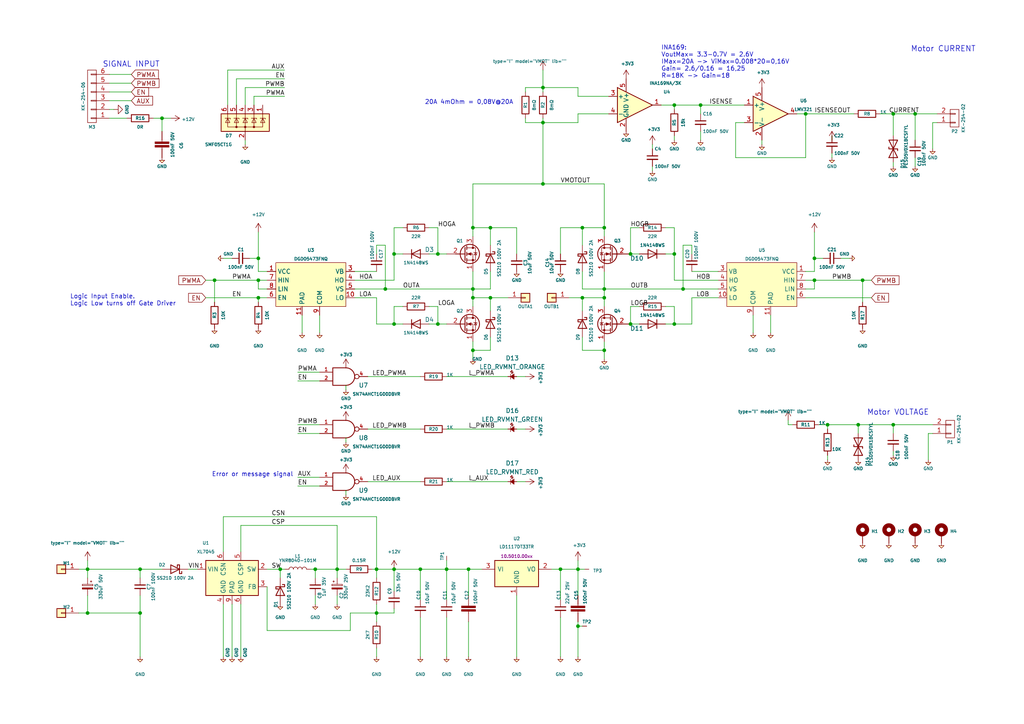
<source format=kicad_sch>
(kicad_sch (version 20211123) (generator eeschema)
  (paper "A4")
  (junction (at 259.08 33.02))
  (junction (at 175.26 83.82))
  (junction (at 114.3 73.66))
  (junction (at 109.22 177.8))
  (junction (at 195.58 93.98))
  (junction (at 259.08 123.19))
  (junction (at 62.23 81.28))
  (junction (at 127 93.98))
  (junction (at 168.91 86.36))
  (junction (at 182.88 73.66))
  (junction (at 91.44 165.1))
  (junction (at 109.22 165.1))
  (junction (at 137.16 83.82))
  (junction (at 137.16 66.04))
  (junction (at 182.88 93.98))
  (junction (at 111.76 83.82))
  (junction (at 114.3 165.1))
  (junction (at 250.19 81.28))
  (junction (at 168.91 66.04))
  (junction (at 114.3 93.98))
  (junction (at 74.93 86.36))
  (junction (at 121.92 165.1))
  (junction (at 157.48 53.34))
  (junction (at 175.26 66.04))
  (junction (at 137.16 101.6))
  (junction (at 137.16 86.36))
  (junction (at 157.48 35.56))
  (junction (at 233.68 33.02))
  (junction (at 236.22 74.93))
  (junction (at 142.24 86.36))
  (junction (at 175.26 86.36))
  (junction (at 74.93 81.28))
  (junction (at 236.22 81.28))
  (junction (at 25.4 165.1))
  (junction (at 198.12 83.82))
  (junction (at 142.24 66.04))
  (junction (at 129.54 165.1))
  (junction (at 203.2 30.48))
  (junction (at 40.64 165.1))
  (junction (at 74.93 74.93))
  (junction (at 162.56 165.1))
  (junction (at 195.58 30.48))
  (junction (at 46.99 34.29))
  (junction (at 25.4 177.8))
  (junction (at 81.28 165.1))
  (junction (at 135.89 165.1))
  (junction (at 265.43 33.02))
  (junction (at 40.64 177.8))
  (junction (at 240.03 123.19))
  (junction (at 127 73.66))
  (junction (at 195.58 73.66))
  (junction (at 167.64 165.1))
  (junction (at 248.92 123.19))
  (junction (at 157.48 25.4))
  (junction (at 97.79 165.1))
  (junction (at 175.26 101.6))
  (junction (at 167.64 181.61))
  (wire (pts (xy 100.33 127) (xy 100.33 128.27)))
  (wire (pts (xy 246.38 74.93) (xy 243.84 74.93)))
  (wire (pts (xy 208.28 78.74) (xy 200.66 78.74)))
  (wire (pts (xy 157.48 26.67) (xy 157.48 25.4)))
  (wire (pts (xy 259.08 130.81) (xy 259.08 132.08)))
  (wire (pts (xy 142.24 97.79) (xy 142.24 101.6)))
  (wire (pts (xy 129.54 109.22) (xy 147.32 109.22)))
  (wire (pts (xy 259.08 33.02) (xy 259.08 39.37)))
  (wire (pts (xy 168.91 66.04) (xy 175.26 66.04)))
  (wire (pts (xy 237.49 123.19) (xy 240.03 123.19)))
  (wire (pts (xy 109.22 86.36) (xy 109.22 93.98)))
  (wire (pts (xy 195.58 81.28) (xy 195.58 73.66)))
  (wire (pts (xy 142.24 86.36) (xy 137.16 86.36)))
  (wire (pts (xy 228.6 123.19) (xy 229.87 123.19)))
  (wire (pts (xy 233.68 83.82) (xy 236.22 83.82)))
  (wire (pts (xy 208.28 86.36) (xy 200.66 86.36)))
  (wire (pts (xy 175.26 68.58) (xy 175.26 66.04)))
  (wire (pts (xy 127 73.66) (xy 129.54 73.66)))
  (wire (pts (xy 152.4 139.7) (xy 149.86 139.7)))
  (wire (pts (xy 87.63 91.44) (xy 87.63 96.52)))
  (wire (pts (xy 200.66 93.98) (xy 195.58 93.98)))
  (wire (pts (xy 71.12 40.64) (xy 71.12 41.91)))
  (wire (pts (xy 101.6 182.88) (xy 77.47 182.88)))
  (wire (pts (xy 62.23 81.28) (xy 62.23 87.63)))
  (wire (pts (xy 64.77 74.93) (xy 67.31 74.93)))
  (wire (pts (xy 152.4 34.29) (xy 152.4 35.56)))
  (wire (pts (xy 97.79 167.64) (xy 97.79 165.1)))
  (wire (pts (xy 182.88 88.9) (xy 182.88 93.98)))
  (wire (pts (xy 236.22 81.28) (xy 250.19 81.28)))
  (wire (pts (xy 91.44 172.72) (xy 91.44 175.26)))
  (wire (pts (xy 241.3 39.37) (xy 241.3 40.64)))
  (wire (pts (xy 200.66 71.12) (xy 198.12 71.12)))
  (wire (pts (xy 92.71 91.44) (xy 92.71 96.52)))
  (wire (pts (xy 162.56 165.1) (xy 167.64 165.1)))
  (wire (pts (xy 40.64 172.72) (xy 40.64 177.8)))
  (wire (pts (xy 38.1 24.13) (xy 31.75 24.13)))
  (wire (pts (xy 149.86 73.66) (xy 149.86 66.04)))
  (wire (pts (xy 168.91 86.36) (xy 168.91 90.17)))
  (wire (pts (xy 213.36 35.56) (xy 213.36 45.72)))
  (wire (pts (xy 198.12 71.12) (xy 198.12 83.82)))
  (wire (pts (xy 109.22 71.12) (xy 111.76 71.12)))
  (wire (pts (xy 270.51 35.56) (xy 270.51 43.18)))
  (wire (pts (xy 248.92 123.19) (xy 248.92 125.73)))
  (wire (pts (xy 137.16 68.58) (xy 137.16 66.04)))
  (wire (pts (xy 175.26 101.6) (xy 175.26 104.14)))
  (wire (pts (xy 176.53 33.02) (xy 167.64 33.02)))
  (wire (pts (xy 175.26 86.36) (xy 175.26 88.9)))
  (wire (pts (xy 240.03 123.19) (xy 248.92 123.19)))
  (wire (pts (xy 111.76 71.12) (xy 111.76 83.82)))
  (wire (pts (xy 59.69 86.36) (xy 74.93 86.36)))
  (wire (pts (xy 157.48 25.4) (xy 152.4 25.4)))
  (wire (pts (xy 152.4 35.56) (xy 157.48 35.56)))
  (wire (pts (xy 109.22 175.26) (xy 109.22 177.8)))
  (wire (pts (xy 74.93 74.93) (xy 74.93 78.74)))
  (wire (pts (xy 121.92 165.1) (xy 129.54 165.1)))
  (wire (pts (xy 218.44 91.44) (xy 218.44 96.52)))
  (wire (pts (xy 92.71 140.97) (xy 86.36 140.97)))
  (wire (pts (xy 124.46 88.9) (xy 127 88.9)))
  (wire (pts (xy 106.68 139.7) (xy 121.92 139.7)))
  (wire (pts (xy 114.3 176.53) (xy 114.3 177.8)))
  (wire (pts (xy 265.43 33.02) (xy 271.78 33.02)))
  (wire (pts (xy 97.79 165.1) (xy 100.33 165.1)))
  (wire (pts (xy 167.64 162.56) (xy 167.64 165.1)))
  (wire (pts (xy 124.46 93.98) (xy 127 93.98)))
  (wire (pts (xy 167.64 27.94) (xy 167.64 25.4)))
  (wire (pts (xy 114.3 93.98) (xy 116.84 93.98)))
  (wire (pts (xy 182.88 66.04) (xy 182.88 73.66)))
  (wire (pts (xy 203.2 30.48) (xy 215.9 30.48)))
  (wire (pts (xy 185.42 93.98) (xy 182.88 93.98)))
  (wire (pts (xy 127 88.9) (xy 127 93.98)))
  (wire (pts (xy 236.22 81.28) (xy 236.22 83.82)))
  (wire (pts (xy 149.86 66.04) (xy 142.24 66.04)))
  (wire (pts (xy 142.24 66.04) (xy 142.24 71.12)))
  (wire (pts (xy 259.08 48.26) (xy 259.08 46.99)))
  (wire (pts (xy 160.02 165.1) (xy 162.56 165.1)))
  (wire (pts (xy 86.36 138.43) (xy 92.71 138.43)))
  (wire (pts (xy 72.39 74.93) (xy 74.93 74.93)))
  (wire (pts (xy 167.64 181.61) (xy 167.64 190.5)))
  (wire (pts (xy 102.87 86.36) (xy 109.22 86.36)))
  (wire (pts (xy 157.48 35.56) (xy 167.64 35.56)))
  (wire (pts (xy 38.1 26.67) (xy 31.75 26.67)))
  (wire (pts (xy 162.56 179.07) (xy 162.56 190.5)))
  (wire (pts (xy 44.45 34.29) (xy 46.99 34.29)))
  (wire (pts (xy 176.53 27.94) (xy 167.64 27.94)))
  (wire (pts (xy 236.22 74.93) (xy 236.22 78.74)))
  (wire (pts (xy 124.46 73.66) (xy 127 73.66)))
  (wire (pts (xy 97.79 152.4) (xy 97.79 165.1)))
  (wire (pts (xy 25.4 165.1) (xy 25.4 167.64)))
  (wire (pts (xy 200.66 73.66) (xy 200.66 71.12)))
  (wire (pts (xy 137.16 83.82) (xy 137.16 86.36)))
  (wire (pts (xy 25.4 165.1) (xy 40.64 165.1)))
  (wire (pts (xy 175.26 78.74) (xy 175.26 83.82)))
  (wire (pts (xy 82.55 22.86) (xy 68.58 22.86)))
  (wire (pts (xy 100.33 142.24) (xy 100.33 143.51)))
  (wire (pts (xy 168.91 86.36) (xy 165.1 86.36)))
  (wire (pts (xy 137.16 101.6) (xy 137.16 104.14)))
  (wire (pts (xy 259.08 33.02) (xy 265.43 33.02)))
  (wire (pts (xy 255.27 33.02) (xy 259.08 33.02)))
  (wire (pts (xy 114.3 88.9) (xy 116.84 88.9)))
  (wire (pts (xy 40.64 165.1) (xy 40.64 167.64)))
  (wire (pts (xy 121.92 165.1) (xy 121.92 173.99)))
  (wire (pts (xy 157.48 25.4) (xy 157.48 20.32)))
  (wire (pts (xy 91.44 165.1) (xy 97.79 165.1)))
  (wire (pts (xy 137.16 53.34) (xy 137.16 66.04)))
  (wire (pts (xy 114.3 165.1) (xy 121.92 165.1)))
  (wire (pts (xy 46.99 165.1) (xy 40.64 165.1)))
  (wire (pts (xy 82.55 20.32) (xy 66.04 20.32)))
  (wire (pts (xy 106.68 124.46) (xy 121.92 124.46)))
  (wire (pts (xy 101.6 177.8) (xy 101.6 182.88)))
  (wire (pts (xy 175.26 66.04) (xy 175.26 53.34)))
  (wire (pts (xy 195.58 40.64) (xy 195.58 39.37)))
  (wire (pts (xy 259.08 123.19) (xy 259.08 125.73)))
  (wire (pts (xy 107.95 165.1) (xy 109.22 165.1)))
  (wire (pts (xy 185.42 73.66) (xy 182.88 73.66)))
  (wire (pts (xy 67.31 190.5) (xy 67.31 175.26)))
  (wire (pts (xy 195.58 30.48) (xy 195.58 31.75)))
  (wire (pts (xy 81.28 165.1) (xy 81.28 167.64)))
  (wire (pts (xy 109.22 177.8) (xy 114.3 177.8)))
  (wire (pts (xy 250.19 81.28) (xy 250.19 87.63)))
  (wire (pts (xy 240.03 123.19) (xy 240.03 124.46)))
  (wire (pts (xy 127 93.98) (xy 129.54 93.98)))
  (wire (pts (xy 25.4 177.8) (xy 40.64 177.8)))
  (wire (pts (xy 38.1 21.59) (xy 31.75 21.59)))
  (wire (pts (xy 137.16 101.6) (xy 142.24 101.6)))
  (wire (pts (xy 109.22 187.96) (xy 109.22 190.5)))
  (wire (pts (xy 195.58 88.9) (xy 195.58 93.98)))
  (wire (pts (xy 137.16 86.36) (xy 137.16 88.9)))
  (wire (pts (xy 68.58 22.86) (xy 68.58 30.48)))
  (wire (pts (xy 142.24 86.36) (xy 147.32 86.36)))
  (wire (pts (xy 168.91 78.74) (xy 168.91 83.82)))
  (wire (pts (xy 22.86 177.8) (xy 25.4 177.8)))
  (wire (pts (xy 109.22 149.86) (xy 109.22 165.1)))
  (wire (pts (xy 92.71 107.95) (xy 86.36 107.95)))
  (wire (pts (xy 38.1 29.21) (xy 31.75 29.21)))
  (wire (pts (xy 265.43 33.02) (xy 265.43 40.64)))
  (wire (pts (xy 236.22 81.28) (xy 233.68 81.28)))
  (wire (pts (xy 92.71 123.19) (xy 86.36 123.19)))
  (wire (pts (xy 195.58 93.98) (xy 193.04 93.98)))
  (wire (pts (xy 71.12 25.4) (xy 71.12 30.48)))
  (wire (pts (xy 97.79 175.26) (xy 97.79 172.72)))
  (wire (pts (xy 77.47 182.88) (xy 77.47 170.18)))
  (wire (pts (xy 82.55 27.94) (xy 73.66 27.94)))
  (wire (pts (xy 92.71 125.73) (xy 86.36 125.73)))
  (wire (pts (xy 265.43 45.72) (xy 265.43 48.26)))
  (wire (pts (xy 236.22 67.31) (xy 236.22 74.93)))
  (wire (pts (xy 64.77 160.02) (xy 64.77 149.86)))
  (wire (pts (xy 31.75 34.29) (xy 36.83 34.29)))
  (wire (pts (xy 102.87 83.82) (xy 111.76 83.82)))
  (wire (pts (xy 220.98 41.91) (xy 220.98 40.64)))
  (wire (pts (xy 109.22 93.98) (xy 114.3 93.98)))
  (wire (pts (xy 64.77 149.86) (xy 109.22 149.86)))
  (wire (pts (xy 162.56 165.1) (xy 162.56 173.99)))
  (wire (pts (xy 175.26 99.06) (xy 175.26 101.6)))
  (wire (pts (xy 238.76 74.93) (xy 236.22 74.93)))
  (wire (pts (xy 195.58 88.9) (xy 193.04 88.9)))
  (wire (pts (xy 74.93 78.74) (xy 77.47 78.74)))
  (wire (pts (xy 92.71 110.49) (xy 86.36 110.49)))
  (wire (pts (xy 233.68 86.36) (xy 252.73 86.36)))
  (wire (pts (xy 77.47 83.82) (xy 74.93 83.82)))
  (wire (pts (xy 167.64 33.02) (xy 167.64 35.56)))
  (wire (pts (xy 152.4 109.22) (xy 149.86 109.22)))
  (wire (pts (xy 200.66 86.36) (xy 200.66 93.98)))
  (wire (pts (xy 102.87 78.74) (xy 109.22 78.74)))
  (wire (pts (xy 175.26 53.34) (xy 157.48 53.34)))
  (wire (pts (xy 82.55 25.4) (xy 71.12 25.4)))
  (wire (pts (xy 271.78 35.56) (xy 270.51 35.56)))
  (wire (pts (xy 149.86 190.5) (xy 149.86 172.72)))
  (wire (pts (xy 33.02 31.75) (xy 31.75 31.75)))
  (wire (pts (xy 135.89 165.1) (xy 135.89 172.72)))
  (wire (pts (xy 137.16 83.82) (xy 142.24 83.82)))
  (wire (pts (xy 106.68 109.22) (xy 121.92 109.22)))
  (wire (pts (xy 25.4 172.72) (xy 25.4 177.8)))
  (wire (pts (xy 109.22 177.8) (xy 109.22 180.34)))
  (wire (pts (xy 185.42 88.9) (xy 182.88 88.9)))
  (wire (pts (xy 46.99 34.29) (xy 46.99 38.1)))
  (wire (pts (xy 114.3 73.66) (xy 116.84 73.66)))
  (wire (pts (xy 269.24 125.73) (xy 269.24 133.35)))
  (wire (pts (xy 142.24 66.04) (xy 137.16 66.04)))
  (wire (pts (xy 168.91 86.36) (xy 175.26 86.36)))
  (wire (pts (xy 248.92 123.19) (xy 259.08 123.19)))
  (wire (pts (xy 142.24 86.36) (xy 142.24 90.17)))
  (wire (pts (xy 69.85 175.26) (xy 69.85 190.5)))
  (wire (pts (xy 208.28 83.82) (xy 198.12 83.82)))
  (wire (pts (xy 168.91 83.82) (xy 175.26 83.82)))
  (wire (pts (xy 109.22 73.66) (xy 109.22 71.12)))
  (wire (pts (xy 241.3 45.72) (xy 241.3 44.45)))
  (wire (pts (xy 127 66.04) (xy 127 73.66)))
  (wire (pts (xy 73.66 27.94) (xy 73.66 30.48)))
  (wire (pts (xy 74.93 86.36) (xy 74.93 87.63)))
  (wire (pts (xy 236.22 78.74) (xy 233.68 78.74)))
  (wire (pts (xy 169.545 165.1) (xy 167.64 165.1)))
  (wire (pts (xy 193.04 66.04) (xy 195.58 66.04)))
  (wire (pts (xy 167.64 165.1) (xy 167.64 172.72)))
  (wire (pts (xy 74.93 86.36) (xy 77.47 86.36)))
  (wire (pts (xy 189.23 49.53) (xy 189.23 48.26)))
  (wire (pts (xy 135.89 180.34) (xy 135.89 190.5)))
  (wire (pts (xy 129.54 139.7) (xy 147.32 139.7)))
  (wire (pts (xy 116.84 66.04) (xy 114.3 66.04)))
  (wire (pts (xy 157.48 25.4) (xy 167.64 25.4)))
  (wire (pts (xy 137.16 78.74) (xy 137.16 83.82)))
  (wire (pts (xy 233.68 33.02) (xy 231.14 33.02)))
  (wire (pts (xy 152.4 25.4) (xy 152.4 26.67)))
  (wire (pts (xy 74.93 81.28) (xy 77.47 81.28)))
  (wire (pts (xy 203.2 40.64) (xy 203.2 38.1)))
  (wire (pts (xy 129.54 179.07) (xy 129.54 190.5)))
  (wire (pts (xy 49.53 34.29) (xy 46.99 34.29)))
  (wire (pts (xy 81.28 165.1) (xy 82.55 165.1)))
  (wire (pts (xy 168.91 66.04) (xy 168.91 71.12)))
  (wire (pts (xy 270.51 125.73) (xy 269.24 125.73)))
  (wire (pts (xy 175.26 83.82) (xy 175.26 86.36)))
  (wire (pts (xy 129.54 165.1) (xy 129.54 173.99)))
  (wire (pts (xy 233.68 45.72) (xy 233.68 33.02)))
  (wire (pts (xy 259.08 123.19) (xy 270.51 123.19)))
  (wire (pts (xy 162.56 73.66) (xy 162.56 66.04)))
  (wire (pts (xy 213.36 45.72) (xy 233.68 45.72)))
  (wire (pts (xy 195.58 73.66) (xy 193.04 73.66)))
  (wire (pts (xy 168.91 101.6) (xy 175.26 101.6)))
  (wire (pts (xy 66.04 20.32) (xy 66.04 30.48)))
  (wire (pts (xy 121.92 179.07) (xy 121.92 190.5)))
  (wire (pts (xy 22.86 165.1) (xy 25.4 165.1)))
  (wire (pts (xy 74.93 81.28) (xy 74.93 83.82)))
  (wire (pts (xy 252.73 81.28) (xy 250.19 81.28)))
  (wire (pts (xy 109.22 165.1) (xy 109.22 167.64)))
  (wire (pts (xy 129.54 165.1) (xy 135.89 165.1)))
  (wire (pts (xy 40.64 177.8) (xy 40.64 190.5)))
  (wire (pts (xy 135.89 165.1) (xy 139.7 165.1)))
  (wire (pts (xy 247.65 33.02) (xy 233.68 33.02)))
  (wire (pts (xy 57.15 165.1) (xy 54.61 165.1)))
  (wire (pts (xy 129.54 124.46) (xy 147.32 124.46)))
  (wire (pts (xy 157.48 35.56) (xy 157.48 53.34)))
  (wire (pts (xy 162.56 66.04) (xy 168.91 66.04)))
  (wire (pts (xy 100.33 111.76) (xy 100.33 113.03)))
  (wire (pts (xy 215.9 35.56) (xy 213.36 35.56)))
  (wire (pts (xy 129.54 162.56) (xy 129.54 165.1)))
  (wire (pts (xy 114.3 81.28) (xy 114.3 73.66)))
  (wire (pts (xy 157.48 53.34) (xy 137.16 53.34)))
  (wire (pts (xy 142.24 78.74) (xy 142.24 83.82)))
  (wire (pts (xy 240.03 132.08) (xy 240.03 133.35)))
  (wire (pts (xy 198.12 83.82) (xy 175.26 83.82)))
  (wire (pts (xy 208.28 81.28) (xy 195.58 81.28)))
  (wire (pts (xy 62.23 81.28) (xy 74.93 81.28)))
  (wire (pts (xy 195.58 66.04) (xy 195.58 73.66)))
  (wire (pts (xy 191.77 30.48) (xy 195.58 30.48)))
  (wire (pts (xy 195.58 30.48) (xy 203.2 30.48)))
  (wire (pts (xy 137.16 99.06) (xy 137.16 101.6)))
  (wire (pts (xy 185.42 66.04) (xy 182.88 66.04)))
  (wire (pts (xy 109.22 165.1) (xy 114.3 165.1)))
  (wire (pts (xy 25.4 162.56) (xy 25.4 165.1)))
  (wire (pts (xy 69.85 152.4) (xy 97.79 152.4)))
  (wire (pts (xy 124.46 66.04) (xy 127 66.04)))
  (wire (pts (xy 102.87 81.28) (xy 114.3 81.28)))
  (wire (pts (xy 111.76 83.82) (xy 137.16 83.82)))
  (wire (pts (xy 109.22 177.8) (xy 101.6 177.8)))
  (wire (pts (xy 168.91 97.79) (xy 168.91 101.6)))
  (wire (pts (xy 114.3 165.1) (xy 114.3 171.45)))
  (wire (pts (xy 228.6 121.92) (xy 228.6 123.19)))
  (wire (pts (xy 114.3 88.9) (xy 114.3 93.98)))
  (wire (pts (xy 69.85 152.4) (xy 69.85 160.02)))
  (wire (pts (xy 189.23 43.18) (xy 189.23 41.91)))
  (wire (pts (xy 59.69 81.28) (xy 62.23 81.28)))
  (wire (pts (xy 90.17 165.1) (xy 91.44 165.1)))
  (wire (pts (xy 77.47 165.1) (xy 81.28 165.1)))
  (wire (pts (xy 167.64 180.34) (xy 167.64 181.61)))
  (wire (pts (xy 157.48 34.29) (xy 157.48 35.56)))
  (wire (pts (xy 91.44 167.64) (xy 91.44 165.1)))
  (wire (pts (xy 64.77 175.26) (xy 64.77 190.5)))
  (wire (pts (xy 114.3 66.04) (xy 114.3 73.66)))
  (wire (pts (xy 167.64 181.61) (xy 168.91 181.61)))
  (wire (pts (xy 152.4 124.46) (xy 149.86 124.46)))
  (wire (pts (xy 74.93 67.31) (xy 74.93 74.93)))
  (wire (pts (xy 223.52 91.44) (xy 223.52 96.52)))
  (wire (pts (xy 203.2 30.48) (xy 203.2 33.02)))
  (text "Logic Input Enable.\nLogic Low turns off Gate Driver" (at 20.32 88.9 0) (effects (font (size 1.27 1.27)) (justify left bottom)))
  (text "Motor VOLTAGE" (at 251.46 120.65 0) (effects (font (size 1.6002 1.6002)) (justify left bottom)))
  (text "Motor CURRENT" (at 264.16 15.24 0) (effects (font (size 1.6002 1.6002)) (justify left bottom)))
  (text "20A 4mOhm = 0,08V@20A" (at 123.19 30.48 0) (effects (font (size 1.27 1.27)) (justify left bottom)))
  (text "INA169:\nVoutMax= 3.3-0.7V = 2.6V\nIMax=20A -> ViMax=0.008*20=0,16V\nGain= 2.6/0.16 = 16,25\nR=18K -> Gain=18" (at 191.77 22.86 0) (effects (font (size 1.27 1.27)) (justify left bottom)))
  (text "Error or message signal" (at 85.09 138.43 180) (effects (font (size 1.27 1.27)) (justify right bottom)))
  (text "SIGNAL INPUT" (at 46.355 19.685 180) (effects (font (size 1.6002 1.6002)) (justify right bottom)))
  (label "LED_PWMB" (at 107.95 124.46 0))
  (label "VMOTOUT" (at 162.56 53.34 0))
  (label "SW" (at 78.74 165.1 0))
  (label "PWMB" (at 241.3 81.28 0))
  (label "AUX" (at 86.36 138.43 0))
  (label "CURRENT" (at 257.81 33.02 0))
  (label "HOB" (at 201.93 81.28 0))
  (label "PWMA" (at 86.36 107.95 0) (effects (font (size 1.2954 1.2954))))
  (label "VIN" (at 54.61 165.1 0))
  (label "LOGB" (at 182.88 88.9 0))
  (label "LOA" (at 104.14 86.36 0))
  (label "L_PWMB" (at 135.89 124.46 0))
  (label "LOB" (at 201.93 86.36 0))
  (label "ISENSE" (at 205.74 30.48 0))
  (label "AUX" (at 82.55 20.32 180))
  (label "CSP" (at 78.74 152.4 0))
  (label "ISENSEOUT" (at 236.22 33.02 0))
  (label "LOGA" (at 127 88.9 0))
  (label "CSN" (at 78.74 149.86 0))
  (label "L_AUX" (at 135.89 139.7 0))
  (label "OUTA" (at 116.84 83.82 0))
  (label "EN" (at 82.55 22.86 180))
  (label "PWMA" (at 82.55 27.94 180))
  (label "HOGB" (at 182.88 66.04 0))
  (label "HOGA" (at 127 66.04 0))
  (label "EN" (at 86.36 125.73 0) (effects (font (size 1.2954 1.2954))))
  (label "L_PWMA" (at 135.89 109.22 0))
  (label "EN" (at 86.36 110.49 0) (effects (font (size 1.2954 1.2954))))
  (label "EN" (at 86.36 140.97 0) (effects (font (size 1.2954 1.2954))))
  (label "LED_AUX" (at 107.95 139.7 0))
  (label "PWMB" (at 82.55 25.4 180))
  (label "LED_PWMA" (at 107.95 109.22 0))
  (label "OUTB" (at 182.88 83.82 0))
  (label "PWMA" (at 67.31 81.28 0))
  (label "HOA" (at 104.14 81.28 0))
  (label "EN" (at 67.31 86.36 0))
  (label "PWMB" (at 86.36 123.19 0) (effects (font (size 1.2954 1.2954))))
  (global_label "PWMB" (shape input) (at 38.1 24.13 0) (effects (font (size 1.2954 1.2954))) (property "Intersheet References" "${INTERSHEET_REFS}" (effects hide)))
  (global_label "PWMB" (shape input) (at 252.73 81.28 0) (effects (font (size 1.2954 1.2954))) (property "Intersheet References" "${INTERSHEET_REFS}" (effects hide)))
  (global_label "PWMA" (shape input) (at 59.69 81.28 180) (effects (font (size 1.2954 1.2954))) (property "Intersheet References" "${INTERSHEET_REFS}" (effects hide)))
  (global_label "EN" (shape input) (at 252.73 86.36 0) (effects (font (size 1.2954 1.2954))) (property "Intersheet References" "${INTERSHEET_REFS}" (effects hide)))
  (global_label "PWMA" (shape input) (at 38.1 21.59 0) (effects (font (size 1.2954 1.2954))) (property "Intersheet References" "${INTERSHEET_REFS}" (effects hide)))
  (global_label "EN" (shape input) (at 59.69 86.36 180) (effects (font (size 1.2954 1.2954))) (property "Intersheet References" "${INTERSHEET_REFS}" (effects hide)))
  (global_label "EN" (shape input) (at 38.1 26.67 0) (effects (font (size 1.2954 1.2954))) (property "Intersheet References" "${INTERSHEET_REFS}" (effects hide)))
  (global_label "AUX" (shape input) (at 38.1 29.21 0) (effects (font (size 1.2954 1.2954))) (property "Intersheet References" "${INTERSHEET_REFS}" (effects hide)))
  (symbol (lib_id "agg-kicad:GND") (at 270.51 43.18 0) (unit 1)
    (property "Reference" "#PWR043" (effects hide))
    (property "Value" "GND" (at 270.51 45.72 0) (effects (font (size 0.9 0.9))))
  )
  (symbol (lib_id "MotorBuck:XL7045") (at 67.31 167.64 0) (unit 1)
    (property "Reference" "U1" (at 59.69 157.48 0) (effects (font (size 0.9 0.9))))
    (property "Value" "XL7045" (at 59.69 160.02 0) (effects (font (size 0.9 0.9))))
    (property "Footprint" "Package_SO:SOIC-8-1EP_3.9x4.9mm_P1.27mm_EP2.29x3mm" (effects hide))
    (property "Datasheet" "https://datasheet.lcsc.com/lcsc/1811151639_XLSEMI-XL7045E1_C126474.pdf" (effects hide))
    (property "DESCR" "Step-down type 1 Step-down 1.25V~20V 10V~80V 300mA 100kHz SOP-8-EP DC-DC Converters ROHS" (effects hide))
    (property "LCSC" "C126474" (effects hide))
    (property "MFR" "XL7045E1" (effects hide))
  )
  (symbol (lib_id "Mechanical:MountingHole_Pad") (at 265.43 154.94 0) (unit 1) (in_bom no)
    (property "Reference" "H3" (at 267.97 154.1038 0) (effects (font (size 0.9 0.9)) (justify left)))
    (property "Value" "MountingHole_Pad" (effects hide))
    (property "Footprint" "MountingHole:MountingHole_3.2mm_M3_Pad_Via" (effects hide))
  )
  (symbol (lib_id "power:+3V3") (at 152.4 109.22 270) (unit 1)
    (property "Reference" "#PWR066" (effects hide))
    (property "Value" "+3V3" (at 156.7942 109.601 0) (effects (font (size 0.9 0.9))))
  )
  (symbol (lib_id "Diode:MBR340") (at 142.24 74.93 270) (unit 1)
    (property "Reference" "D5" (at 140.97 78.74 0) (effects (font (size 0.9 0.9))))
    (property "Value" "SS210 100V 2A" (at 144.78 74.93 0) (effects (font (size 0.9 0.9))))
    (property "Footprint" "Diode_SMD:D_SMA" (effects hide))
    (property "Datasheet" "https://datasheet.lcsc.com/lcsc/1811071613_MDD-Microdiode-Electronics--SS210_C14996.pdf" (effects hide))
    (property "LCSC" "C14996" (effects hide))
    (property "MFR" "SS210" (effects hide))
    (property "DESCR" "100V 850mV@2A 2A SMA(DO-214AC) Schottky Barrier Diodes (SBD) ROHS" (effects hide))
  )
  (symbol (lib_id "agg-kicad:GND") (at 137.16 104.14 0) (mirror y) (unit 1)
    (property "Reference" "#PWR021" (effects hide))
    (property "Value" "GND" (at 138.43 104.14 0) (effects (font (size 0.9 0.9))))
  )
  (symbol (lib_id "Diode:1N4148W") (at 189.23 73.66 180) (unit 1)
    (property "Reference" "D10" (at 186.69 74.93 0) (effects (justify left)))
    (property "Value" "1N4148WS" (at 189.23 71.12 0) (effects (font (size 0.9 0.9))))
    (property "Footprint" "Diode_SMD:D_SOD-323" (effects hide))
    (property "Datasheet" "https://www.vishay.com/docs/85748/1n4148w.pdf" (effects hide))
    (property "LCSC" "C2128" (effects hide))
  )
  (symbol (lib_id "Device:Q_NMOS_SGD") (at 177.8 73.66 0) (mirror y) (unit 1)
    (property "Reference" "Q3" (at 179.07 69.85 0) (effects (font (size 0.9 0.9))))
    (property "Value" "RU6888M" (effects hide))
    (property "Footprint" "katodo:DFN-8-1EP_5.55x5.2mm_P1.27mm_EP4.12x4.6mm_MOSFET_3PIN" (effects hide))
    (property "DESCR" "60V 62A 62.5W 8mΩ@10V,40A 4V@250uA N Channel PDFN-8(5.8x4.9) MOSFETs ROHS" (effects hide))
    (property "LCSC" "C180959" (effects hide))
    (property "MFR" "RU6888M" (effects hide))
  )
  (symbol (lib_id "agg-kicad:TESTPAD") (at 129.54 162.56 90) (unit 1) (in_bom no)
    (property "Reference" "TP1" (at 128.27 162.56 0) (effects (font (size 0.9 0.9)) (justify left)))
    (property "Value" "TESTPAD" (effects hide))
    (property "Footprint" "TestPoint:TestPoint_Pad_2.5x2.5mm" (effects hide))
  )
  (symbol (lib_id "MotorBuck:VMOT") (at 157.48 20.32 0) (unit 1)
    (property "Reference" "#PWR012" (effects hide))
    (property "Value" "VMOT" (at 153.67 17.78 0) (effects (font (size 0.9 0.9))))
    (property "Spice_Primitive" "I" (effects hide))
    (property "Spice_Netlist_Enabled" "Y" (effects hide))
  )
  (symbol (lib_id "agg-kicad:GND") (at 69.85 190.5 0) (unit 1)
    (property "Reference" "#PWR010" (effects hide))
    (property "Value" "GND" (at 71.12 189.23 90) (effects (font (size 0.9 0.9))))
  )
  (symbol (lib_id "RoboPonteDual-rescue:R") (at 125.73 139.7 270) (unit 1)
    (property "Reference" "R21" (at 125.73 139.7 90) (effects (font (size 0.9 0.9))))
    (property "Value" "1K" (at 129.54 139.7 90) (effects (font (size 0.9 0.9)) (justify left bottom)))
    (property "Footprint" "Resistor_SMD:R_0603_1608Metric" (effects hide))
    (property "LCSC" "C21190" (effects hide))
    (property "MFR" "0603WAF1001T5E" (effects hide))
  )
  (symbol (lib_id "Device:C_Polarized_Small") (at 25.4 170.18 0) (mirror y) (unit 1)
    (property "Reference" "C5" (at 27.94 170.18 90) (effects (font (size 0.9 0.9))))
    (property "Value" "330uF 50V" (at 29.21 170.18 90) (effects (font (size 0.9 0.9))))
    (property "Footprint" "Capacitor_THT:CP_Radial_D12.5mm_P5.00mm" (effects hide))
    (property "KATODO" "10.1040.0006" (effects hide))
  )
  (symbol (lib_id "Device:C_Small") (at 200.66 76.2 0) (mirror y) (unit 1)
    (property "Reference" "C20" (at 199.39 73.66 90) (effects (font (size 0.9 0.9))))
    (property "Value" "100nF 100V" (at 201.93 71.12 90) (effects (font (size 0.9 0.9))))
    (property "Footprint" "Capacitor_SMD:C_0805_2012Metric" (effects hide))
    (property "LCSC" "C28233" (effects hide))
    (property "MFR" "CL21B104KCFNNNE" (effects hide))
  )
  (symbol (lib_id "RoboPonteDual-rescue:GND") (at 33.02 31.75 90) (mirror x) (unit 1)
    (property "Reference" "#PWR04" (effects hide))
    (property "Value" "~" (at 36.83 31.75 0) (effects (font (size 0.9 0.9))))
  )
  (symbol (lib_id "agg-kicad:GND") (at 129.54 190.5 0) (unit 1)
    (property "Reference" "#PWR019" (effects hide))
    (property "Value" "GND" (at 129.54 195.58 0) (effects (font (size 0.9 0.9))))
  )
  (symbol (lib_id "agg-kicad:GND") (at 162.56 190.5 0) (unit 1)
    (property "Reference" "#PWR023" (effects hide))
    (property "Value" "GND" (at 162.56 195.58 0) (effects (font (size 0.9 0.9))))
  )
  (symbol (lib_id "agg-kicad:GND") (at 64.77 190.5 0) (unit 1)
    (property "Reference" "#PWR03" (effects hide))
    (property "Value" "GND" (at 66.04 189.23 90) (effects (font (size 0.9 0.9))))
  )
  (symbol (lib_id "agg-kicad:TESTPAD") (at 168.91 181.61 0) (unit 1) (in_bom no)
    (property "Reference" "TP2" (at 168.91 180.34 0) (effects (font (size 0.9 0.9)) (justify left)))
    (property "Value" "TESTPAD" (effects hide))
    (property "Footprint" "TestPoint:TestPoint_Pad_2.5x2.5mm" (effects hide))
  )
  (symbol (lib_id "power:+3V3") (at 220.98 25.4 0) (unit 1)
    (property "Reference" "#PWR033" (effects hide))
    (property "Value" "+3V3" (at 221.361 21.0058 0) (effects (font (size 0.9 0.9))))
  )
  (symbol (lib_id "agg-kicad:GND") (at 175.26 104.14 0) (mirror y) (unit 1)
    (property "Reference" "#PWR026" (effects hide))
    (property "Value" "GND" (at 175.26 106.68 0) (effects (font (size 0.9 0.9))))
  )
  (symbol (lib_id "Device:C_Polarized_Small") (at 97.79 170.18 0) (unit 1)
    (property "Reference" "C2" (at 99.06 172.72 90) (effects (font (size 0.9 0.9))))
    (property "Value" "330uF 25V" (at 100.33 170.18 90) (effects (font (size 0.9 0.9))))
    (property "Footprint" "Capacitor_THT:CP_Radial_D10.0mm_P5.00mm" (effects hide))
    (property "KATODO" "10.1040.0013" (effects hide))
  )
  (symbol (lib_id "74xGxx:74AHC1G00") (at 100.33 139.7 0) (unit 1)
    (property "Reference" "U9" (at 105.41 142.24 0))
    (property "Value" "SN74AHCT1G00DBVR" (at 109.22 144.78 0) (effects (font (size 0.9 0.9))))
    (property "Footprint" "Package_TO_SOT_SMD:SOT-23-5" (effects hide))
    (property "Datasheet" "http://www.ti.com/lit/sg/scyt129e/scyt129e.pdf" (effects hide))
    (property "LCSC" "C473380" (effects hide))
  )
  (symbol (lib_id "Device:R") (at 120.65 88.9 90) (unit 1)
    (property "Reference" "R7" (at 120.65 88.9 90) (effects (font (size 0.9 0.9))))
    (property "Value" "22R" (at 120.65 86.36 90) (effects (font (size 0.9 0.9))))
    (property "Footprint" "Resistor_SMD:R_0603_1608Metric" (effects hide))
    (property "LCSC" "C23345" (effects hide))
    (property "MFR" "0603WAF220JT5E" (effects hide))
  )
  (symbol (lib_id "agg-kicad:GND") (at 246.38 74.93 90) (mirror x) (unit 1)
    (property "Reference" "#PWR051" (effects hide))
    (property "Value" "GND" (at 246.38 73.66 90) (effects (font (size 0.9 0.9)) (justify left)))
  )
  (symbol (lib_id "MotorController:SPARKFUN-CAPACITORS_CAP") (at 46.99 43.18 0) (mirror y) (unit 1)
    (property "Reference" "C6" (at 52.07 43.18 90) (effects (font (size 0.9 0.9)) (justify left bottom)))
    (property "Value" "100nF 50V" (at 49.53 45.72 90) (effects (font (size 0.9 0.9)) (justify left bottom)))
    (property "Footprint" "Capacitor_SMD:C_0603_1608Metric" (effects hide))
    (property "KATODO" "10.1050.0004" (effects hide))
    (property "LCSC" "C14663" (effects hide))
    (property "MFR" "CC0603KRX7R9BB104" (effects hide))
  )
  (symbol (lib_id "Device:C_Small") (at 114.3 173.99 0) (unit 1)
    (property "Reference" "C9" (at 113.03 171.45 90) (effects (font (size 0.9 0.9))))
    (property "Value" "33n 50V" (at 115.57 168.91 90) (effects (font (size 0.9 0.9))))
    (property "Footprint" "Capacitor_SMD:C_0603_1608Metric" (effects hide))
    (property "LCSC" "C21117" (effects hide))
    (property "MFR" "CL10B333KB8NNNC" (effects hide))
  )
  (symbol (lib_id "agg-kicad:GND") (at 265.43 157.48 0) (unit 1)
    (property "Reference" "#PWR054" (effects hide))
    (property "Value" "GND" (at 265.43 162.56 0) (effects (font (size 0.9 0.9))))
  )
  (symbol (lib_id "Device:C_Small") (at 265.43 43.18 0) (unit 1)
    (property "Reference" "C19" (at 266.7 48.26 90) (effects (font (size 0.9 0.9)) (justify left)))
    (property "Value" "100nF 50V" (at 267.97 48.26 90) (effects (font (size 0.9 0.9)) (justify left)))
    (property "Footprint" "Capacitor_SMD:C_0603_1608Metric" (effects hide))
    (property "LCSC" "C14663" (effects hide))
    (property "KATODO" "10.1050.0004" (effects hide))
    (property "MFR" "CC0603KRX7R9BB104" (effects hide))
  )
  (symbol (lib_id "agg-kicad:GND") (at 265.43 48.26 0) (unit 1)
    (property "Reference" "#PWR040" (effects hide))
    (property "Value" "GND" (at 265.43 50.8 0) (effects (font (size 0.9 0.9))))
  )
  (symbol (lib_id "agg-kicad:GND") (at 195.58 40.64 0) (unit 1)
    (property "Reference" "#PWR029" (effects hide))
    (property "Value" "GND" (at 195.58 43.18 0) (effects (font (size 0.9 0.9))))
  )
  (symbol (lib_id "agg-kicad:LED") (at 147.32 139.7 0) (unit 1)
    (property "Reference" "D17" (at 148.59 134.3492 0))
    (property "Value" "LED_RVMNT_RED" (at 148.59 136.8861 0))
    (property "Footprint" "LED_SMD:LED_1206_3216Metric_ReverseMount_Hole1.8x2.4mm" (effects hide))
    (property "Datasheet" "https://www.mouser.it/datasheet/2/239/Lite-On-LTST-C230KRKT-1175237.pdf" (effects hide))
    (property "MOUSER" "859-LTST-C230KRKT" (effects hide))
    (property "MFR" "LTST-C230KRKT" (effects hide))
  )
  (symbol (lib_id "agg-kicad:GND") (at 273.05 157.48 0) (unit 1)
    (property "Reference" "#PWR055" (effects hide))
    (property "Value" "GND" (at 273.05 162.56 0) (effects (font (size 0.9 0.9))))
  )
  (symbol (lib_id "power:+12V") (at 114.3 165.1 0) (unit 1)
    (property "Reference" "#PWR014" (effects hide))
    (property "Value" "+12V" (at 114.3 160.02 0) (effects (font (size 0.9 0.9))))
  )
  (symbol (lib_id "agg-kicad:GND") (at 269.24 133.35 0) (unit 1)
    (property "Reference" "#PWR042" (effects hide))
    (property "Value" "GND" (at 269.24 135.89 0) (effects (font (size 0.9 0.9))))
  )
  (symbol (lib_id "agg-kicad:GND") (at 220.98 41.91 0) (unit 1)
    (property "Reference" "#PWR034" (effects hide))
    (property "Value" "GND" (at 220.98 44.45 0) (effects (font (size 0.9 0.9))))
  )
  (symbol (lib_id "agg-kicad:GND") (at 67.31 190.5 0) (unit 1)
    (property "Reference" "#PWR0101" (effects hide))
    (property "Value" "GND" (at 68.58 189.23 90) (effects (font (size 0.9 0.9))))
  )
  (symbol (lib_id "Device:C_Small") (at 91.44 170.18 0) (unit 1)
    (property "Reference" "C8" (at 92.71 172.72 90) (effects (font (size 0.9 0.9))))
    (property "Value" "1uF 35V" (at 93.98 170.18 90) (effects (font (size 0.9 0.9))))
    (property "Footprint" "Capacitor_SMD:C_0805_2012Metric" (effects hide))
    (property "LCSC" "C28323" (effects hide))
    (property "MFR" "GRM219R7YA105KA12D" (effects hide))
  )
  (symbol (lib_id "Device:C_Small") (at 162.56 76.2 0) (mirror x) (unit 1)
    (property "Reference" "C14" (at 158.75 76.2 90) (effects (font (size 0.9 0.9))))
    (property "Value" "10uF 50V" (at 160.02 76.2 90) (effects (font (size 0.9 0.9))))
    (property "Footprint" "Capacitor_SMD:C_1206_3216Metric_Pad1.33x1.80mm_HandSolder" (effects hide))
    (property "LCSC" "C13585" (effects hide))
    (property "MFR" "CL31A106KBHNNNE" (effects hide))
  )
  (symbol (lib_id "katodo_kicad:DGD05473FNQ") (at 220.98 83.82 0) (mirror y) (unit 1)
    (property "Reference" "U5" (at 220.98 72.551 0) (effects (font (size 0.9 0.9))))
    (property "Value" "DGD05473FNQ" (at 220.98 75.0879 0) (effects (font (size 0.9 0.9))))
    (property "Footprint" "katodo:U-DFN3030-10_3.1x3.1mm_P0.5mm_EP1.8x2.6mm_ThermalVias" (effects hide))
    (property "Datasheet" "https://datasheet.lcsc.com/lcsc/2201121130_Diodes-Incorporated-DGD05473FNQ-7_C2677131.pdf" (effects hide))
    (property "DESCR" "Half Bridge MOSFET 2.5A 4.7V~14V 1.5A DFN-10-EP(3x3) Gate Drive ICs ROHS" (effects hide))
    (property "LCSC" "C2677131" (effects hide))
    (property "MFR" "DGD05473FNQ-7" (effects hide))
  )
  (symbol (lib_id "agg-kicad:GND") (at 250.19 157.48 0) (unit 1)
    (property "Reference" "#PWR052" (effects hide))
    (property "Value" "GND" (at 250.19 162.56 0) (effects (font (size 0.9 0.9))))
  )
  (symbol (lib_id "agg-kicad:LED") (at 147.32 109.22 0) (unit 1)
    (property "Reference" "D13" (at 148.59 103.8692 0))
    (property "Value" "LED_RVMNT_ORANGE" (at 148.59 106.4061 0))
    (property "Footprint" "LED_SMD:LED_1206_3216Metric_ReverseMount_Hole1.8x2.4mm" (effects hide))
    (property "Datasheet" "https://www.mouser.it/datasheet/2/239/Lite-On-LTST-C230KFKT-1175400.pdf" (effects hide))
    (property "MFR" "LTST-C230KFKT" (effects hide))
    (property "MOUSER" "859-LTST-C230KFKT" (effects hide))
  )
  (symbol (lib_id "Device:D_TVS") (at 259.08 43.18 90) (unit 1) (in_bom no)
    (property "Reference" "D15" (at 262.255 48.895 0) (effects (font (size 0.9 0.9)) (justify left bottom)))
    (property "Value" "PESD5V0X1BCSFYL" (at 262.255 48.895 0) (effects (font (size 0.9 0.9)) (justify left top)))
    (property "Footprint" "Diode_SMD:D_0603_1608Metric" (effects hide))
    (property "Datasheet" "https://datasheet.lcsc.com/lcsc/2006101608_Nexperia-PESD4V0W1BCSFYL_C552543.pdf" (effects hide))
    (property "MFR" "PESD5V0X1BCSFYL" (effects hide))
    (property "LCSC" "C2443412" (effects hide))
    (property "DESCR" "-40℃~+125℃@(Ta) 6V 5.5V 1.1pF@1MHz 7A@(8/20us) 5V DSN0603-2 ESD Protection Devices ROHS" (effects hide))
  )
  (symbol (lib_id "RoboPonteDual-rescue:R") (at 74.93 91.44 0) (unit 1)
    (property "Reference" "R4" (at 74.93 91.44 90) (effects (font (size 0.9 0.9))))
    (property "Value" "10K" (at 77.47 91.44 90) (effects (font (size 0.9 0.9))))
    (property "Footprint" "Resistor_SMD:R_0603_1608Metric" (effects hide))
    (property "LCSC" "C25804" (effects hide))
    (property "MFR" "0603WAF1002T5E" (effects hide))
  )
  (symbol (lib_id "Power_Protection:SP0505BAJT") (at 71.12 35.56 0) (mirror y) (unit 1) (in_bom no)
    (property "Reference" "D7" (at 67.31 39.37 0) (effects (font (size 0.9 0.9)) (justify left)))
    (property "Value" "SMF05CT1G" (at 67.31 41.91 0) (effects (font (size 0.9 0.9)) (justify left)))
    (property "Footprint" "Package_TO_SOT_SMD:SOT-363_SC-70-6" (effects hide))
    (property "Datasheet" "https://datasheet.lcsc.com/lcsc/1810311712_onsemi-SMF05CT1G_C15879.pdf" (effects hide))
    (property "LCSC" "C15879" (effects hide))
    (property "DESCR" "-40℃~+125℃@(Tj) 6.2V 12.5V 100W 80pF@1MHz 5V SOT-363 ESD Protection Devices ROHS" (effects hide))
    (property "MFR" "SMF05CT1G" (effects hide))
  )
  (symbol (lib_id "agg-kicad:GND") (at 100.33 113.03 0) (mirror y) (unit 1)
    (property "Reference" "#PWR063" (effects hide))
    (property "Value" "GND" (at 100.33 115.57 0) (effects (font (size 0.9 0.9))))
  )
  (symbol (lib_id "agg-kicad:GND") (at 223.52 96.52 0) (mirror y) (unit 1)
    (property "Reference" "#PWR047" (effects hide))
    (property "Value" "GND" (at 223.52 101.6 0) (effects (font (size 0.9 0.9))))
  )
  (symbol (lib_id "Amplifier_Current:INA169") (at 184.15 30.48 0) (unit 1)
    (property "Reference" "U4" (at 193.3976 26.6533 0) (effects (font (size 0.9 0.9))))
    (property "Value" "INA169NA/3K" (at 193.04 24.13 0) (effects (font (size 0.9 0.9))))
    (property "Footprint" "Package_TO_SOT_SMD:SOT-23-5" (effects hide))
    (property "Datasheet" "http://www.ti.com/lit/ds/symlink/ina169.pdf" (effects hide))
    (property "DESCR" "SOT-23-5 Current-Sensing Amplifiers" (effects hide))
    (property "LCSC" "C44322" (effects hide))
    (property "MFR" "INA169NA/3K" (effects hide))
  )
  (symbol (lib_id "74xGxx:74AHC1G00") (at 100.33 109.22 0) (unit 1)
    (property "Reference" "U7" (at 105.41 111.76 0))
    (property "Value" "SN74AHCT1G00DBVR" (at 109.22 114.3 0) (effects (font (size 0.9 0.9))))
    (property "Footprint" "Package_TO_SOT_SMD:SOT-23-5" (effects hide))
    (property "Datasheet" "http://www.ti.com/lit/sg/scyt129e/scyt129e.pdf" (effects hide))
    (property "LCSC" "C473380" (effects hide))
  )
  (symbol (lib_id "power:+3V3") (at 100.33 121.92 0) (unit 1)
    (property "Reference" "#PWR064" (effects hide))
    (property "Value" "+3V3" (at 100.33 118.11 0) (effects (font (size 0.9 0.9))))
  )
  (symbol (lib_id "RoboPonteDual-rescue:R") (at 62.23 91.44 0) (unit 1)
    (property "Reference" "R3" (at 62.23 91.44 90) (effects (font (size 0.9 0.9))))
    (property "Value" "10K" (at 64.77 91.44 90) (effects (font (size 0.9 0.9))))
    (property "Footprint" "Resistor_SMD:R_0603_1608Metric" (effects hide))
    (property "LCSC" "C25804" (effects hide))
    (property "MFR" "0603WAF1002T5E" (effects hide))
  )
  (symbol (lib_id "agg-kicad:GND") (at 181.61 38.1 0) (unit 1)
    (property "Reference" "#PWR028" (effects hide))
    (property "Value" "GND" (at 181.61 40.64 0) (effects (font (size 0.9 0.9))))
  )
  (symbol (lib_id "Device:C_Small") (at 259.08 128.27 0) (unit 1)
    (property "Reference" "C18" (at 260.35 133.35 90) (effects (font (size 0.9 0.9)) (justify left)))
    (property "Value" "100nF 50V" (at 262.89 133.35 90) (effects (font (size 0.9 0.9)) (justify left)))
    (property "Footprint" "Capacitor_SMD:C_0603_1608Metric" (effects hide))
    (property "LCSC" "C14663" (effects hide))
    (property "KATODO" "10.1050.0004" (effects hide))
    (property "MFR" "CC0603KRX7R9BB104" (effects hide))
  )
  (symbol (lib_id "Diode:1N4148W") (at 189.23 93.98 180) (unit 1)
    (property "Reference" "D11" (at 186.69 95.25 0) (effects (justify left)))
    (property "Value" "1N4148WS" (at 189.23 91.44 0) (effects (font (size 0.9 0.9))))
    (property "Footprint" "Diode_SMD:D_SOD-323" (effects hide))
    (property "Datasheet" "https://www.vishay.com/docs/85748/1n4148w.pdf" (effects hide))
    (property "LCSC" "C2128" (effects hide))
  )
  (symbol (lib_id "Device:C_Small") (at 109.22 76.2 0) (unit 1)
    (property "Reference" "C17" (at 110.49 73.66 90) (effects (font (size 0.9 0.9))))
    (property "Value" "100nF 100V" (at 107.95 71.12 90) (effects (font (size 0.9 0.9))))
    (property "Footprint" "Capacitor_SMD:C_0805_2012Metric" (effects hide))
    (property "LCSC" "C28233" (effects hide))
    (property "MFR" "CL21B104KCFNNNE" (effects hide))
  )
  (symbol (lib_id "Device:R") (at 152.4 30.48 0) (mirror y) (unit 1)
    (property "Reference" "R1" (at 152.4 30.48 90) (effects (font (size 0.9 0.9))))
    (property "Value" "8mΩ" (at 154.94 30.48 90) (effects (font (size 0.9 0.9))))
    (property "Footprint" "Resistor_SMD:R_2512_6332Metric" (effects hide))
    (property "DESCR" "2W 8mΩ ±50ppm/℃ ±1% 2512 Current Sense Resistors/Shunt Resistors ROHS" (effects hide))
    (property "LCSC" "C469375" (effects hide))
    (property "MFR" "YLR12-2-8F-W" (effects hide))
  )
  (symbol (lib_id "Device:R") (at 109.22 171.45 180) (unit 1)
    (property "Reference" "R12" (at 109.22 171.45 90) (effects (font (size 0.9 0.9))))
    (property "Value" "23K2" (at 106.68 171.45 90) (effects (font (size 0.9 0.9))))
    (property "Footprint" "Resistor_SMD:R_0603_1608Metric" (effects hide))
    (property "LCSC" "C2930078" (effects hide))
    (property "MFR" "0603WAF2322T5E" (effects hide))
  )
  (symbol (lib_id "Device:Q_NMOS_SGD") (at 134.62 93.98 0) (unit 1)
    (property "Reference" "Q2" (at 133.35 90.17 0) (effects (font (size 0.9 0.9))))
    (property "Value" "RU6888M" (effects hide))
    (property "Footprint" "katodo:DFN-8-1EP_5.55x5.2mm_P1.27mm_EP4.12x4.6mm_MOSFET_3PIN" (effects hide))
    (property "DESCR" "60V 62A 62.5W 8mΩ@10V,40A 4V@250uA N Channel PDFN-8(5.8x4.9) MOSFETs ROHS" (effects hide))
    (property "LCSC" "C180959" (effects hide))
    (property "MFR" "RU6888M" (effects hide))
  )
  (symbol (lib_id "agg-kicad:GND") (at 259.08 132.08 0) (unit 1)
    (property "Reference" "#PWR038" (effects hide))
    (property "Value" "GND" (at 259.08 134.62 0) (effects (font (size 0.9 0.9))))
  )
  (symbol (lib_id "Mechanical:MountingHole_Pad") (at 250.19 154.94 0) (unit 1) (in_bom no)
    (property "Reference" "H1" (at 252.73 154.1038 0) (effects (font (size 0.9 0.9)) (justify left)))
    (property "Value" "MountingHole_Pad" (effects hide))
    (property "Footprint" "MountingHole:MountingHole_3.2mm_M3_Pad_Via" (effects hide))
  )
  (symbol (lib_id "agg-kicad:GND") (at 109.22 190.5 0) (unit 1)
    (property "Reference" "#PWR015" (effects hide))
    (property "Value" "GND" (at 109.22 195.58 0) (effects (font (size 0.9 0.9))))
  )
  (symbol (lib_id "agg-kicad:GND") (at 121.92 190.5 0) (unit 1)
    (property "Reference" "#PWR018" (effects hide))
    (property "Value" "GND" (at 121.92 195.58 0) (effects (font (size 0.9 0.9))))
  )
  (symbol (lib_id "Mechanical:MountingHole_Pad") (at 257.81 154.94 0) (unit 1) (in_bom no)
    (property "Reference" "H2" (at 260.35 154.1038 0) (effects (font (size 0.9 0.9)) (justify left)))
    (property "Value" "MountingHole_Pad" (effects hide))
    (property "Footprint" "MountingHole:MountingHole_3.2mm_M3_Pad_Via" (effects hide))
  )
  (symbol (lib_id "power:+12V") (at 49.53 34.29 270) (unit 1)
    (property "Reference" "#PWR07" (effects hide))
    (property "Value" "+12V" (at 52.705 34.5974 90) (effects (font (size 0.9 0.9)) (justify left)))
  )
  (symbol (lib_id "agg-kicad:GND") (at 241.3 45.72 0) (unit 1)
    (property "Reference" "#PWR059" (effects hide))
    (property "Value" "GND" (at 241.3 48.26 0) (effects (font (size 0.9 0.9))))
  )
  (symbol (lib_id "Device:C_Small") (at 40.64 170.18 0) (unit 1)
    (property "Reference" "C7" (at 43.18 170.18 90) (effects (font (size 0.9 0.9))))
    (property "Value" "100nF 100V" (at 44.45 170.18 90) (effects (font (size 0.9 0.9))))
    (property "Footprint" "Capacitor_SMD:C_0805_2012Metric" (effects hide))
    (property "LCSC" "C28233" (effects hide))
    (property "MFR" "CL21B104KCFNNNE" (effects hide))
  )
  (symbol (lib_id "agg-kicad:GND") (at 64.77 74.93 270) (unit 1)
    (property "Reference" "#PWR08" (effects hide))
    (property "Value" "GND" (at 64.77 73.66 90) (effects (font (size 0.9 0.9)) (justify left)))
  )
  (symbol (lib_id "Device:C_Small") (at 241.3 74.93 270) (mirror x) (unit 1)
    (property "Reference" "C21" (at 241.3 72.39 90) (effects (font (size 0.9 0.9))))
    (property "Value" "100nF 50V" (at 241.3 77.47 90) (effects (font (size 0.9 0.9))))
    (property "Footprint" "Capacitor_SMD:C_0603_1608Metric" (effects hide))
    (property "LCSC" "C14663" (effects hide))
    (property "MFR" "CC0603KRX7R9BB104" (effects hide))
    (property "KATODO" "10.1050.0004" (effects hide))
  )
  (symbol (lib_id "Device:R") (at 189.23 66.04 270) (mirror x) (unit 1)
    (property "Reference" "R14" (at 189.23 66.04 90) (effects (font (size 0.9 0.9))))
    (property "Value" "22R" (at 189.23 68.58 90) (effects (font (size 0.9 0.9))))
    (property "Footprint" "Resistor_SMD:R_0603_1608Metric" (effects hide))
    (property "LCSC" "C23345" (effects hide))
    (property "MFR" "0603WAF220JT5E" (effects hide))
  )
  (symbol (lib_id "RoboPonteDual-rescue:R") (at 240.03 128.27 0) (unit 1)
    (property "Reference" "R13" (at 240.03 128.27 90) (effects (font (size 0.9 0.9))))
    (property "Value" "10K" (at 241.3 130.81 0) (effects (font (size 0.9 0.9)) (justify left bottom)))
    (property "Footprint" "Resistor_SMD:R_0603_1608Metric" (effects hide))
    (property "LCSC" "C25804" (effects hide))
    (property "MFR" "0603WAF1002T5E" (effects hide))
  )
  (symbol (lib_id "agg-kicad:GND") (at 97.79 175.26 0) (unit 1)
    (property "Reference" "#PWR017" (effects hide))
    (property "Value" "GND" (at 97.79 179.07 0) (effects (font (size 0.9 0.9))))
  )
  (symbol (lib_id "MotorController:SPARKFUN-CAPACITORS_CAP") (at 135.89 177.8 0) (unit 1)
    (property "Reference" "C12" (at 135.89 173.99 90) (effects (font (size 0.9 0.9)) (justify left bottom)))
    (property "Value" "100nF 50V" (at 138.43 175.26 90) (effects (font (size 0.9 0.9)) (justify left bottom)))
    (property "Footprint" "Capacitor_SMD:C_0603_1608Metric" (effects hide))
    (property "KATODO" "10.1050.0004" (effects hide))
    (property "LCSC" "C14663" (effects hide))
    (property "MFR" "CC0603KRX7R9BB104" (effects hide))
  )
  (symbol (lib_id "Diode:MBR340") (at 81.28 171.45 270) (unit 1)
    (property "Reference" "D1" (at 80.01 175.26 0) (effects (font (size 0.9 0.9))))
    (property "Value" "SS210 100V 2A" (at 83.82 171.45 0) (effects (font (size 0.9 0.9))))
    (property "Footprint" "Diode_SMD:D_SMA" (effects hide))
    (property "Datasheet" "https://datasheet.lcsc.com/lcsc/1811071613_MDD-Microdiode-Electronics--SS210_C14996.pdf" (effects hide))
    (property "LCSC" "C14996" (effects hide))
    (property "MFR" "SS210" (effects hide))
    (property "DESCR" "100V 850mV@2A 2A SMA(DO-214AC) Schottky Barrier Diodes (SBD) ROHS" (effects hide))
  )
  (symbol (lib_id "RoboPonteDual-rescue:R") (at 233.68 123.19 270) (unit 1)
    (property "Reference" "R11" (at 233.68 123.19 90) (effects (font (size 0.9 0.9))))
    (property "Value" "1K" (at 237.49 123.19 90) (effects (font (size 0.9 0.9)) (justify left bottom)))
    (property "Footprint" "Resistor_SMD:R_0603_1608Metric" (effects hide))
    (property "LCSC" "C21190" (effects hide))
    (property "MFR" "0603WAF1001T5E" (effects hide))
  )
  (symbol (lib_id "power:+3V3") (at 152.4 124.46 270) (unit 1)
    (property "Reference" "#PWR067" (effects hide))
    (property "Value" "+3V3" (at 156.7942 124.841 0) (effects (font (size 0.9 0.9))))
  )
  (symbol (lib_id "Connector_Generic:Conn_01x01") (at 152.4 86.36 0) (unit 1) (in_bom no)
    (property "Reference" "OUTA1" (at 152.4 88.9 0) (effects (font (size 0.9 0.9))))
    (property "Value" "HIGHCURRENTPAD2" (effects hide))
    (property "Footprint" "Connector_Wire:SolderWire-2.5sqmm_1x01_D2.4mm_OD4.4mm" (effects hide))
  )
  (symbol (lib_id "RoboPonteDual-rescue:R") (at 125.73 109.22 270) (unit 1)
    (property "Reference" "R19" (at 125.73 109.22 90) (effects (font (size 0.9 0.9))))
    (property "Value" "1K" (at 129.54 109.22 90) (effects (font (size 0.9 0.9)) (justify left bottom)))
    (property "Footprint" "Resistor_SMD:R_0603_1608Metric" (effects hide))
    (property "LCSC" "C21190" (effects hide))
    (property "MFR" "0603WAF1001T5E" (effects hide))
  )
  (symbol (lib_id "Device:C_Small") (at 129.54 176.53 0) (unit 1)
    (property "Reference" "C11" (at 129.54 173.99 90) (effects (font (size 0.9 0.9)) (justify left bottom)))
    (property "Value" "10uF 50V" (at 132.08 175.26 90) (effects (font (size 0.9 0.9)) (justify left bottom)))
    (property "Footprint" "Capacitor_SMD:C_1206_3216Metric_Pad1.33x1.80mm_HandSolder" (effects hide))
    (property "MFR" "CL31A106KBHNNNE" (effects hide))
    (property "LCSC" "C13585" (effects hide))
  )
  (symbol (lib_id "agg-kicad:GND") (at 162.56 78.74 0) (mirror y) (unit 1)
    (property "Reference" "#PWR045" (effects hide))
    (property "Value" "GND" (at 162.56 81.28 0) (effects (font (size 0.9 0.9))))
  )
  (symbol (lib_id "Device:C_Small") (at 162.56 176.53 0) (unit 1)
    (property "Reference" "C13" (at 162.56 173.99 90) (effects (font (size 0.9 0.9)) (justify left bottom)))
    (property "Value" "22uF 25V" (at 165.1 175.26 90) (effects (font (size 0.9 0.9)) (justify left bottom)))
    (property "Footprint" "Capacitor_SMD:C_1206_3216Metric_Pad1.33x1.80mm_HandSolder" (effects hide))
    (property "MFR" "CL31A226KAHNNNE" (effects hide))
    (property "KATODO" "10.1050.0027" (effects hide))
    (property "LCSC" "C12891" (effects hide))
  )
  (symbol (lib_id "Device:Q_NMOS_SGD") (at 134.62 73.66 0) (unit 1)
    (property "Reference" "Q1" (at 133.35 69.85 0) (effects (font (size 0.9 0.9))))
    (property "Value" "RU6888M" (effects hide))
    (property "Footprint" "katodo:DFN-8-1EP_5.55x5.2mm_P1.27mm_EP4.12x4.6mm_MOSFET_3PIN" (effects hide))
    (property "DESCR" "60V 62A 62.5W 8mΩ@10V,40A 4V@250uA N Channel PDFN-8(5.8x4.9) MOSFETs ROHS" (effects hide))
    (property "LCSC" "C180959" (effects hide))
    (property "MFR" "RU6888M" (effects hide))
  )
  (symbol (lib_id "Device:C_Small") (at 203.2 35.56 0) (unit 1)
    (property "Reference" "C16" (at 203.835 33.02 0) (effects (font (size 0.9 0.9)) (justify left)))
    (property "Value" "100nF 50V" (at 203.835 38.1 0) (effects (font (size 0.9 0.9)) (justify left)))
    (property "Footprint" "Capacitor_SMD:C_0603_1608Metric" (effects hide))
    (property "LCSC" "C14663" (effects hide))
    (property "KATODO" "10.1050.0004" (effects hide))
    (property "MFR" "CC0603KRX7R9BB104" (effects hide))
  )
  (symbol (lib_id "agg-kicad:GND") (at 91.44 175.26 0) (unit 1)
    (property "Reference" "#PWR016" (effects hide))
    (property "Value" "GND" (at 91.44 179.07 0) (effects (font (size 0.9 0.9))))
  )
  (symbol (lib_id "agg-kicad:GND") (at 74.93 95.25 0) (unit 1)
    (property "Reference" "#PWR031" (effects hide))
    (property "Value" "GND" (at 74.93 100.33 0) (effects (font (size 0.9 0.9))))
  )
  (symbol (lib_id "power:+3V3") (at 152.4 139.7 270) (unit 1)
    (property "Reference" "#PWR068" (effects hide))
    (property "Value" "+3V3" (at 156.7942 140.081 0) (effects (font (size 0.9 0.9))))
  )
  (symbol (lib_id "katodo_kicad:DGD05473FNQ") (at 90.17 83.82 0) (unit 1)
    (property "Reference" "U3" (at 90.17 72.551 0) (effects (font (size 0.9 0.9))))
    (property "Value" "DGD05473FNQ" (at 90.17 75.0879 0) (effects (font (size 0.9 0.9))))
    (property "Footprint" "katodo:U-DFN3030-10_3.1x3.1mm_P0.5mm_EP1.8x2.6mm_ThermalVias" (effects hide))
    (property "Datasheet" "https://datasheet.lcsc.com/lcsc/2201121130_Diodes-Incorporated-DGD05473FNQ-7_C2677131.pdf" (effects hide))
    (property "DESCR" "Half Bridge MOSFET 2.5A 4.7V~14V 1.5A DFN-10-EP(3x3) Gate Drive ICs ROHS" (effects hide))
    (property "LCSC" "C2677131" (effects hide))
    (property "MFR" "DGD05473FNQ-7" (effects hide))
  )
  (symbol (lib_id "agg-kicad:GND") (at 218.44 96.52 0) (mirror y) (unit 1)
    (property "Reference" "#PWR046" (effects hide))
    (property "Value" "GND" (at 218.44 101.6 0) (effects (font (size 0.9 0.9))))
  )
  (symbol (lib_id "Device:C_Small") (at 241.3 41.91 0) (unit 1)
    (property "Reference" "C22" (at 241.935 39.37 0) (effects (font (size 0.9 0.9)) (justify left)))
    (property "Value" "100nF 50V" (at 241.935 44.45 0) (effects (font (size 0.9 0.9)) (justify left)))
    (property "Footprint" "Capacitor_SMD:C_0603_1608Metric" (effects hide))
    (property "LCSC" "C14663" (effects hide))
    (property "KATODO" "10.1050.0004" (effects hide))
    (property "MFR" "CC0603KRX7R9BB104" (effects hide))
  )
  (symbol (lib_id "Device:C_Small") (at 121.92 176.53 0) (unit 1)
    (property "Reference" "C10" (at 121.92 173.99 90) (effects (font (size 0.9 0.9)) (justify left bottom)))
    (property "Value" "10uF 50V" (at 124.46 175.26 90) (effects (font (size 0.9 0.9)) (justify left bottom)))
    (property "Footprint" "Capacitor_SMD:C_1206_3216Metric_Pad1.33x1.80mm_HandSolder" (effects hide))
    (property "MFR" "CL31A106KBHNNNE" (effects hide))
    (property "LCSC" "C13585" (effects hide))
  )
  (symbol (lib_id "RoboPonteDual-rescue:CONN_01X02") (at 275.59 124.46 0) (mirror x) (unit 1) (in_bom no)
    (property "Reference" "P1" (at 275.59 128.27 0) (effects (font (size 0.9 0.9))))
    (property "Value" "KK-254-02" (at 278.13 124.46 90) (effects (font (size 0.9 0.9))))
    (property "Footprint" "Connector_Molex:Molex_KK-254_AE-6410-02A_1x02_P2.54mm_Vertical" (effects hide))
    (property "KATODO" "10.8030.0001" (effects hide))
  )
  (symbol (lib_id "Device:R") (at 195.58 35.56 0) (mirror y) (unit 1)
    (property "Reference" "R5" (at 195.58 35.56 90) (effects (font (size 0.9 0.9))))
    (property "Value" "18k" (at 198.12 35.56 90) (effects (font (size 0.9 0.9))))
    (property "Footprint" "Resistor_SMD:R_0603_1608Metric" (effects hide))
    (property "Datasheet" "https://datasheet.lcsc.com/lcsc/2206010045_UNI-ROYAL-Uniroyal-Elec-0603WAF1802T5E_C25810.pdf" (effects hide))
    (property "LCSC" "C25810" (effects hide))
    (property "MFR" "0603WAF2103T5E" (effects hide))
  )
  (symbol (lib_id "power:+3V3") (at 189.23 41.91 0) (unit 1)
    (property "Reference" "#PWR056" (effects hide))
    (property "Value" "+3V3" (at 189.611 37.5158 0) (effects (font (size 0.9 0.9))))
  )
  (symbol (lib_id "agg-kicad:GND") (at 71.12 41.91 0) (mirror y) (unit 1)
    (property "Reference" "#PWR05" (effects hide))
    (property "Value" "GND" (at 71.12 46.99 0) (effects (font (size 0.9 0.9))))
  )
  (symbol (lib_id "Device:Q_NMOS_SGD") (at 177.8 93.98 0) (mirror y) (unit 1)
    (property "Reference" "Q4" (at 179.07 90.17 0) (effects (font (size 0.9 0.9))))
    (property "Value" "RU6888M" (effects hide))
    (property "Footprint" "katodo:DFN-8-1EP_5.55x5.2mm_P1.27mm_EP4.12x4.6mm_MOSFET_3PIN" (effects hide))
    (property "DESCR" "60V 62A 62.5W 8mΩ@10V,40A 4V@250uA N Channel PDFN-8(5.8x4.9) MOSFETs ROHS" (effects hide))
    (property "LCSC" "C180959" (effects hide))
    (property "MFR" "RU6888M" (effects hide))
  )
  (symbol (lib_id "power:+12V") (at 74.93 67.31 0) (unit 1)
    (property "Reference" "#PWR011" (effects hide))
    (property "Value" "+12V" (at 74.93 62.23 0) (effects (font (size 0.9 0.9))))
  )
  (symbol (lib_id "power:+3V3") (at 100.33 137.16 0) (unit 1)
    (property "Reference" "#PWR049" (effects hide))
    (property "Value" "+3V3" (at 100.33 133.35 0) (effects (font (size 0.9 0.9))))
  )
  (symbol (lib_id "agg-kicad:GND") (at 257.81 157.48 0) (unit 1)
    (property "Reference" "#PWR053" (effects hide))
    (property "Value" "GND" (at 257.81 162.56 0) (effects (font (size 0.9 0.9))))
  )
  (symbol (lib_id "Device:R") (at 104.14 165.1 270) (unit 1)
    (property "Reference" "R9" (at 104.14 165.1 90) (effects (font (size 0.9 0.9))))
    (property "Value" "0.15R" (at 104.14 162.56 90) (effects (font (size 0.9 0.9))))
    (property "Footprint" "Resistor_SMD:R_1206_3216Metric" (effects hide))
    (property "LCSC" "C37936" (effects hide))
    (property "MFR" "1206W4F150LT5E" (effects hide))
  )
  (symbol (lib_id "Diode:MBR340") (at 168.91 74.93 270) (unit 1)
    (property "Reference" "D8" (at 167.64 78.74 0) (effects (font (size 0.9 0.9))))
    (property "Value" "SS210 100V 2A" (at 171.45 74.93 0) (effects (font (size 0.9 0.9))))
    (property "Footprint" "Diode_SMD:D_SMA" (effects hide))
    (property "Datasheet" "https://datasheet.lcsc.com/lcsc/1811071613_MDD-Microdiode-Electronics--SS210_C14996.pdf" (effects hide))
    (property "LCSC" "C14996" (effects hide))
    (property "MFR" "SS210" (effects hide))
    (property "DESCR" "100V 850mV@2A 2A SMA(DO-214AC) Schottky Barrier Diodes (SBD) ROHS" (effects hide))
  )
  (symbol (lib_id "agg-kicad:GND") (at 92.71 96.52 0) (unit 1)
    (property "Reference" "#PWR035" (effects hide))
    (property "Value" "GND" (at 92.71 101.6 0) (effects (font (size 0.9 0.9))))
  )
  (symbol (lib_id "Device:R") (at 109.22 184.15 180) (unit 1)
    (property "Reference" "R10" (at 109.22 184.15 90) (effects (font (size 0.9 0.9))))
    (property "Value" "2K7" (at 106.68 184.15 90) (effects (font (size 0.9 0.9))))
    (property "Footprint" "Resistor_SMD:R_0603_1608Metric" (effects hide))
    (property "LCSC" "C13167" (effects hide))
    (property "MFR" "0603WAF2701T5E" (effects hide))
  )
  (symbol (lib_id "MotorBuck:VMOT") (at 228.6 121.92 0) (unit 1)
    (property "Reference" "#PWR036" (effects hide))
    (property "Value" "VMOT" (at 224.79 119.38 0) (effects (font (size 0.9 0.9))))
    (property "Spice_Primitive" "I" (effects hide))
    (property "Spice_Netlist_Enabled" "Y" (effects hide))
  )
  (symbol (lib_id "Connector_Generic:Conn_01x01") (at 160.02 86.36 0) (mirror y) (unit 1) (in_bom no)
    (property "Reference" "OUTB1" (at 160.02 88.9 0) (effects (font (size 0.9 0.9))))
    (property "Value" "HIGHCURRENTPAD2" (effects hide))
    (property "Footprint" "Connector_Wire:SolderWire-2.5sqmm_1x01_D2.4mm_OD4.4mm" (effects hide))
  )
  (symbol (lib_id "Device:C_Small") (at 189.23 45.72 0) (unit 1)
    (property "Reference" "C4" (at 189.865 43.18 0) (effects (font (size 0.9 0.9)) (justify left)))
    (property "Value" "100nF 50V" (at 189.865 48.26 0) (effects (font (size 0.9 0.9)) (justify left)))
    (property "Footprint" "Capacitor_SMD:C_0603_1608Metric" (effects hide))
    (property "LCSC" "C14663" (effects hide))
    (property "KATODO" "10.1050.0004" (effects hide))
    (property "MFR" "CC0603KRX7R9BB104" (effects hide))
  )
  (symbol (lib_id "agg-kicad:GND") (at 81.28 175.26 0) (unit 1)
    (property "Reference" "#PWR013" (effects hide))
    (property "Value" "GND" (at 81.28 179.07 0) (effects (font (size 0.9 0.9))))
  )
  (symbol (lib_id "Connector_Generic:Conn_01x01") (at 17.78 177.8 0) (mirror y) (unit 1) (in_bom no)
    (property "Reference" "M2" (at 19.304 176.0474 0) (effects (font (size 0.9 0.9))))
    (property "Value" "HIGHCURRENTPAD2" (effects hide))
    (property "Footprint" "Connector_Wire:SolderWire-2.5sqmm_1x01_D2.4mm_OD4.4mm" (effects hide))
  )
  (symbol (lib_id "agg-kicad:GND") (at 189.23 49.53 0) (unit 1)
    (property "Reference" "#PWR057" (effects hide))
    (property "Value" "GND" (at 189.23 52.07 0) (effects (font (size 0.9 0.9))))
  )
  (symbol (lib_id "agg-kicad:GND") (at 248.92 133.35 0) (unit 1)
    (property "Reference" "#PWR037" (effects hide))
    (property "Value" "GND" (at 248.92 135.89 0) (effects (font (size 0.9 0.9))))
  )
  (symbol (lib_id "Device:R") (at 189.23 88.9 270) (mirror x) (unit 1)
    (property "Reference" "R15" (at 189.23 88.9 90) (effects (font (size 0.9 0.9))))
    (property "Value" "22R" (at 189.23 86.36 90) (effects (font (size 0.9 0.9))))
    (property "Footprint" "Resistor_SMD:R_0603_1608Metric" (effects hide))
    (property "LCSC" "C23345" (effects hide))
    (property "MFR" "0603WAF220JT5E" (effects hide))
  )
  (symbol (lib_id "agg-kicad:GND") (at 100.33 128.27 0) (mirror y) (unit 1)
    (property "Reference" "#PWR065" (effects hide))
    (property "Value" "GND" (at 100.33 130.81 0) (effects (font (size 0.9 0.9))))
  )
  (symbol (lib_id "Mechanical:MountingHole_Pad") (at 273.05 154.94 0) (unit 1) (in_bom no)
    (property "Reference" "H4" (at 275.59 154.1038 0) (effects (font (size 0.9 0.9)) (justify left)))
    (property "Value" "MountingHole_Pad" (effects hide))
    (property "Footprint" "MountingHole:MountingHole_3.2mm_M3_Pad_Via" (effects hide))
  )
  (symbol (lib_id "agg-kicad:GND") (at 149.86 78.74 0) (mirror y) (unit 1)
    (property "Reference" "#PWR044" (effects hide))
    (property "Value" "GND" (at 149.86 81.28 0) (effects (font (size 0.9 0.9))))
  )
  (symbol (lib_id "agg-kicad:GND") (at 46.99 45.72 0) (mirror y) (unit 1)
    (property "Reference" "#PWR06" (effects hide))
    (property "Value" "GND" (at 46.99 48.26 0) (effects (font (size 0.9 0.9))))
  )
  (symbol (lib_id "agg-kicad:GND") (at 149.86 190.5 0) (unit 1)
    (property "Reference" "#PWR022" (effects hide))
    (property "Value" "GND" (at 149.86 195.58 0) (effects (font (size 0.9 0.9))))
  )
  (symbol (lib_id "Device:C_Small") (at 149.86 76.2 180) (unit 1)
    (property "Reference" "C3" (at 152.4 76.2 90) (effects (font (size 0.9 0.9))))
    (property "Value" "10uF 50V" (at 153.67 76.2 90) (effects (font (size 0.9 0.9))))
    (property "Footprint" "Capacitor_SMD:C_1206_3216Metric_Pad1.33x1.80mm_HandSolder" (effects hide))
    (property "LCSC" "C13585" (effects hide))
    (property "MFR" "CL31A106KBHNNNE" (effects hide))
  )
  (symbol (lib_id "RoboPonteDual-rescue:R") (at 125.73 124.46 270) (unit 1)
    (property "Reference" "R20" (at 125.73 124.46 90) (effects (font (size 0.9 0.9))))
    (property "Value" "1K" (at 129.54 124.46 90) (effects (font (size 0.9 0.9)) (justify left bottom)))
    (property "Footprint" "Resistor_SMD:R_0603_1608Metric" (effects hide))
    (property "LCSC" "C21190" (effects hide))
    (property "MFR" "0603WAF1001T5E" (effects hide))
  )
  (symbol (lib_id "agg-kicad:GND") (at 135.89 190.5 0) (unit 1)
    (property "Reference" "#PWR020" (effects hide))
    (property "Value" "GND" (at 135.89 195.58 0) (effects (font (size 0.9 0.9))))
  )
  (symbol (lib_id "agg-kicad:GND") (at 259.08 48.26 0) (unit 1)
    (property "Reference" "#PWR039" (effects hide))
    (property "Value" "GND" (at 259.08 50.8 0) (effects (font (size 0.9 0.9))))
  )
  (symbol (lib_id "MotorController:SPARKFUN-CAPACITORS_CAP") (at 167.64 177.8 0) (unit 1)
    (property "Reference" "C15" (at 167.64 173.99 90) (effects (font (size 0.9 0.9)) (justify left bottom)))
    (property "Value" "100nF 50V" (at 170.18 175.26 90) (effects (font (size 0.9 0.9)) (justify left bottom)))
    (property "Footprint" "Capacitor_SMD:C_0603_1608Metric" (effects hide))
    (property "KATODO" "10.1050.0004" (effects hide))
    (property "LCSC" "C14663" (effects hide))
    (property "MFR" "CC0603KRX7R9BB104" (effects hide))
  )
  (symbol (lib_id "agg-kicad:GND") (at 250.19 95.25 0) (mirror y) (unit 1)
    (property "Reference" "#PWR050" (effects hide))
    (property "Value" "GND" (at 250.19 100.33 0) (effects (font (size 0.9 0.9))))
  )
  (symbol (lib_id "power:+12V") (at 236.22 67.31 0) (mirror y) (unit 1)
    (property "Reference" "#PWR048" (effects hide))
    (property "Value" "+12V" (at 236.22 62.23 0) (effects (font (size 0.9 0.9))))
  )
  (symbol (lib_id "power:+3V3") (at 181.61 22.86 0) (unit 1)
    (property "Reference" "#PWR027" (effects hide))
    (property "Value" "+3V3" (at 181.991 18.4658 0) (effects (font (size 0.9 0.9))))
  )
  (symbol (lib_id "Diode:1N4148W") (at 120.65 73.66 0) (unit 1)
    (property "Reference" "D3" (at 123.19 72.39 0) (effects (justify left)))
    (property "Value" "1N4148WS" (at 120.65 76.2 0) (effects (font (size 0.9 0.9))))
    (property "Footprint" "Diode_SMD:D_SOD-323" (effects hide))
    (property "Datasheet" "https://www.vishay.com/docs/85748/1n4148w.pdf" (effects hide))
    (property "LCSC" "C2128" (effects hide))
  )
  (symbol (lib_id "power:+3V3") (at 167.64 162.56 0) (unit 1)
    (property "Reference" "#PWR024" (effects hide))
    (property "Value" "+3V3" (at 168.021 158.1658 0) (effects (font (size 0.9 0.9))))
  )
  (symbol (lib_id "MotorBuck:VMOT") (at 25.4 162.56 0) (unit 1)
    (property "Reference" "#PWR01" (effects hide))
    (property "Value" "VMOT" (at 25.4 157.48 0) (effects (font (size 0.9 0.9))))
    (property "Spice_Primitive" "I" (effects hide))
    (property "Spice_Netlist_Enabled" "Y" (effects hide))
  )
  (symbol (lib_id "katodo_kicad:LD1117DT33TR") (at 149.86 166.37 0) (unit 1) (in_bom no)
    (property "Reference" "U2" (at 149.86 156.21 0) (effects (font (size 0.9 0.9))))
    (property "Value" "LD1117DT33TR" (at 149.86 158.5771 0) (effects (font (size 0.9 0.9))))
    (property "Footprint" "Package_TO_SOT_SMD:TO-252-2" (effects hide))
    (property "Datasheet" "http://www.st.com/st-web-ui/static/active/en/resource/technical/document/datasheet/CD00000544.pdf" (effects hide))
    (property "KATODO" "10.5010.00xx" (at 149.86 161.3423 0) (effects (font (size 0.9 0.9))))
    (property "LCSC" "C36395" (effects hide))
    (property "DESCR" "75dB@(120Hz) 800mA 1.3V@(800mA) Fixed 3.3V~3.3V Positive 1 15V TO-252-2(DPAK) Linear Voltage Regulators (LDO) ROHS" (effects hide))
    (property "MFR" "LD1117DT33CTR" (effects hide))
  )
  (symbol (lib_id "Amplifier_Operational:LMV321") (at 223.52 33.02 0) (unit 1)
    (property "Reference" "U6" (at 233.0397 29.1933 0) (effects (font (size 0.9 0.9))))
    (property "Value" "LMV321" (at 233.0397 31.7302 0) (effects (font (size 0.9 0.9))))
    (property "Footprint" "Package_TO_SOT_SMD:SOT-23-5" (effects hide))
    (property "Datasheet" "http://www.ti.com/lit/ds/symlink/lmv324.pdf" (effects hide))
    (property "LCSC" "C7972" (effects hide))
  )
  (symbol (lib_id "Diode:MBR340") (at 168.91 93.98 270) (unit 1)
    (property "Reference" "D9" (at 167.64 97.79 0) (effects (font (size 0.9 0.9))))
    (property "Value" "SS210 100V 2A" (at 171.45 93.98 0) (effects (font (size 0.9 0.9))))
    (property "Footprint" "Diode_SMD:D_SMA" (effects hide))
    (property "Datasheet" "https://datasheet.lcsc.com/lcsc/1811071613_MDD-Microdiode-Electronics--SS210_C14996.pdf" (effects hide))
    (property "LCSC" "C14996" (effects hide))
    (property "MFR" "SS210" (effects hide))
    (property "DESCR" "100V 850mV@2A 2A SMA(DO-214AC) Schottky Barrier Diodes (SBD) ROHS" (effects hide))
  )
  (symbol (lib_id "Device:R") (at 40.64 34.29 90) (unit 1)
    (property "Reference" "R16" (at 40.64 34.29 90) (effects (font (size 0.9 0.9))))
    (property "Value" "0R" (at 40.64 36.83 90) (effects (font (size 0.9 0.9))))
    (property "Footprint" "Resistor_SMD:R_0603_1608Metric" (effects hide))
    (property "LCSC" "C21189" (effects hide))
    (property "MFR" "0603WAF220JT5E" (effects hide))
  )
  (symbol (lib_id "RoboPonteDual-rescue:R") (at 250.19 91.44 0) (mirror y) (unit 1)
    (property "Reference" "R17" (at 250.19 91.44 90) (effects (font (size 0.9 0.9))))
    (property "Value" "10K" (at 247.65 91.44 90) (effects (font (size 0.9 0.9))))
    (property "Footprint" "Resistor_SMD:R_0603_1608Metric" (effects hide))
    (property "LCSC" "C25804" (effects hide))
    (property "MFR" "0603WAF1002T5E" (effects hide))
  )
  (symbol (lib_id "RoboPonteDual-rescue:CONN_01X02") (at 276.86 34.29 0) (mirror x) (unit 1) (in_bom no)
    (property "Reference" "P2" (at 276.86 38.1 0) (effects (font (size 0.9 0.9))))
    (property "Value" "KK-254-02" (at 279.4 34.29 90) (effects (font (size 0.9 0.9))))
    (property "Footprint" "Connector_Molex:Molex_KK-254_AE-6410-02A_1x02_P2.54mm_Vertical" (effects hide))
    (property "KATODO" "10.8030.0001" (effects hide))
  )
  (symbol (lib_id "RoboPonteDual-rescue:CONN_01X06") (at 26.67 27.94 180) (unit 1) (in_bom no)
    (property "Reference" "M3" (at 26.67 36.83 0) (effects (font (size 0.9 0.9))))
    (property "Value" "KK-254-06" (at 24.13 27.94 90) (effects (font (size 0.9 0.9))))
    (property "Footprint" "Connector_Molex:Molex_KK-254_AE-6410-06A_1x06_P2.54mm_Vertical" (effects hide))
    (property "KATODO" "10.8030.0004" (effects hide))
  )
  (symbol (lib_id "agg-kicad:LED") (at 147.32 124.46 0) (unit 1)
    (property "Reference" "D16" (at 148.59 119.1092 0))
    (property "Value" "LED_RVMNT_GREEN" (at 148.59 121.6461 0))
    (property "Footprint" "LED_SMD:LED_1206_3216Metric_ReverseMount_Hole1.8x2.4mm" (effects hide))
    (property "Datasheet" "https://www.mouser.it/datasheet/2/239/Lite-On-LTST-C230KGKT-1175236.pdf" (effects hide))
    (property "MOUSER" "859-LTST-C230KGKT" (effects hide))
    (property "MFR" "LTST-C230KGKT" (effects hide))
  )
  (symbol (lib_id "agg-kicad:GND") (at 100.33 143.51 0) (mirror y) (unit 1)
    (property "Reference" "#PWR060" (effects hide))
    (property "Value" "GND" (at 100.33 146.05 0) (effects (font (size 0.9 0.9))))
  )
  (symbol (lib_id "Device:D_TVS") (at 248.92 129.54 90) (unit 1) (in_bom no)
    (property "Reference" "D14" (at 252.095 135.255 0) (effects (font (size 0.9 0.9)) (justify left bottom)))
    (property "Value" "PESD5V0X1BCSFYL" (at 252.095 135.255 0) (effects (font (size 0.9 0.9)) (justify left top)))
    (property "Footprint" "Diode_SMD:D_0603_1608Metric" (effects hide))
    (property "Datasheet" "https://datasheet.lcsc.com/lcsc/2006101608_Nexperia-PESD4V0W1BCSFYL_C552543.pdf" (effects hide))
    (property "MFR" "PESD5V0X1BCSFYL" (effects hide))
    (property "LCSC" "C2443412" (effects hide))
    (property "DESCR" "-40℃~+125℃@(Ta) 6V 5.5V 1.1pF@1MHz 7A@(8/20us) 5V DSN0603-2 ESD Protection Devices ROHS" (effects hide))
  )
  (symbol (lib_id "agg-kicad:TESTPAD") (at 169.545 165.1 0) (unit 1) (in_bom no)
    (property "Reference" "TP3" (at 172.0215 165.5338 0) (effects (font (size 0.9 0.9)) (justify left)))
    (property "Value" "TESTPAD" (effects hide))
    (property "Footprint" "TestPoint:TestPoint_Pad_2.5x2.5mm" (effects hide))
  )
  (symbol (lib_id "Device:L") (at 86.36 165.1 90) (unit 1)
    (property "Reference" "L1" (at 86.36 161.29 90) (effects (font (size 0.9 0.9))))
    (property "Value" "YNR8040-101M" (at 86.36 162.56 90) (effects (font (size 0.9 0.9))))
    (property "Footprint" "Inductor_SMD:L_Taiyo-Yuden_NR-80xx" (effects hide))
    (property "Datasheet" "https://datasheet.lcsc.com/lcsc/2006231717_YJYCOIN-YNR8040-101M_C341083.pdf" (effects hide))
    (property "DESCR" "1A 100uH ±20% 290mΩ SMD,8x8x4.2mm Power Inductors ROHS" (effects hide))
    (property "LCSC" "C341083" (effects hide))
    (property "MFR" "YNR8040-101M" (effects hide))
  )
  (symbol (lib_id "Diode:MBR340") (at 50.8 165.1 180) (unit 1)
    (property "Reference" "D2" (at 46.99 163.83 0) (effects (font (size 0.9 0.9))))
    (property "Value" "SS210 100V 2A" (at 50.8 167.64 0) (effects (font (size 0.9 0.9))))
    (property "Footprint" "Diode_SMD:D_SMA" (effects hide))
    (property "Datasheet" "https://datasheet.lcsc.com/lcsc/1811071613_MDD-Microdiode-Electronics--SS210_C14996.pdf" (effects hide))
    (property "LCSC" "C14996" (effects hide))
    (property "MFR" "SS210" (effects hide))
    (property "DESCR" "100V 850mV@2A 2A SMA(DO-214AC) Schottky Barrier Diodes (SBD) ROHS" (effects hide))
  )
  (symbol (lib_id "agg-kicad:GND") (at 167.64 190.5 0) (unit 1)
    (property "Reference" "#PWR025" (effects hide))
    (property "Value" "GND" (at 167.64 195.58 0) (effects (font (size 0.9 0.9))))
  )
  (symbol (lib_id "Device:R") (at 120.65 66.04 90) (unit 1)
    (property "Reference" "R6" (at 120.65 66.04 90) (effects (font (size 0.9 0.9))))
    (property "Value" "22R" (at 120.65 68.58 90) (effects (font (size 0.9 0.9))))
    (property "Footprint" "Resistor_SMD:R_0603_1608Metric" (effects hide))
    (property "LCSC" "C23345" (effects hide))
    (property "MFR" "0603WAF220JT5E" (effects hide))
  )
  (symbol (lib_id "power:+3V3") (at 100.33 106.68 0) (unit 1)
    (property "Reference" "#PWR062" (effects hide))
    (property "Value" "+3V3" (at 100.33 102.87 0) (effects (font (size 0.9 0.9))))
  )
  (symbol (lib_id "agg-kicad:GND") (at 87.63 96.52 0) (unit 1)
    (property "Reference" "#PWR032" (effects hide))
    (property "Value" "GND" (at 87.63 101.6 0) (effects (font (size 0.9 0.9))))
  )
  (symbol (lib_id "74xGxx:74AHC1G00") (at 100.33 124.46 0) (unit 1)
    (property "Reference" "U8" (at 105.41 127 0))
    (property "Value" "SN74AHCT1G00DBVR" (at 109.22 129.54 0) (effects (font (size 0.9 0.9))))
    (property "Footprint" "Package_TO_SOT_SMD:SOT-23-5" (effects hide))
    (property "Datasheet" "http://www.ti.com/lit/sg/scyt129e/scyt129e.pdf" (effects hide))
    (property "LCSC" "C473380" (effects hide))
  )
  (symbol (lib_id "Diode:1N4148W") (at 120.65 93.98 0) (unit 1)
    (property "Reference" "D4" (at 123.19 92.71 0) (effects (justify left)))
    (property "Value" "1N4148WS" (at 120.65 96.52 0) (effects (font (size 0.9 0.9))))
    (property "Footprint" "Diode_SMD:D_SOD-323" (effects hide))
    (property "Datasheet" "https://www.vishay.com/docs/85748/1n4148w.pdf" (effects hide))
    (property "LCSC" "C2128" (effects hide))
  )
  (symbol (lib_id "RoboPonteDual-rescue:R") (at 251.46 33.02 270) (unit 1)
    (property "Reference" "R8" (at 251.46 33.02 90) (effects (font (size 0.9 0.9))))
    (property "Value" "1K" (at 255.27 33.02 90) (effects (font (size 0.9 0.9)) (justify left bottom)))
    (property "Footprint" "Resistor_SMD:R_0603_1608Metric" (effects hide))
    (property "LCSC" "C21190" (effects hide))
    (property "MFR" "0603WAF1001T5E" (effects hide))
  )
  (symbol (lib_id "agg-kicad:GND") (at 40.64 190.5 0) (unit 1)
    (property "Reference" "#PWR02" (effects hide))
    (property "Value" "GND" (at 40.64 195.58 0) (effects (font (size 0.9 0.9))))
  )
  (symbol (lib_id "agg-kicad:GND") (at 240.03 133.35 0) (unit 1)
    (property "Reference" "#PWR041" (effects hide))
    (property "Value" "GND" (at 240.03 135.89 0) (effects (font (size 0.9 0.9))))
  )
  (symbol (lib_id "agg-kicad:GND") (at 203.2 40.64 0) (unit 1)
    (property "Reference" "#PWR030" (effects hide))
    (property "Value" "GND" (at 203.2 43.18 0) (effects (font (size 0.9 0.9))))
  )
  (symbol (lib_id "power:+3V3") (at 241.3 40.64 0) (unit 1)
    (property "Reference" "#PWR058" (effects hide))
    (property "Value" "+3V3" (at 241.681 36.2458 0) (effects (font (size 0.9 0.9))))
  )
  (symbol (lib_id "Connector_Generic:Conn_01x01") (at 17.78 165.1 0) (mirror y) (unit 1) (in_bom no)
    (property "Reference" "M1" (at 19.304 163.3474 0) (effects (font (size 0.9 0.9))))
    (property "Value" "HIGHCURRENTPAD2" (effects hide))
    (property "Footprint" "Connector_Wire:SolderWire-2.5sqmm_1x01_D2.4mm_OD4.4mm" (effects hide))
  )
  (symbol (lib_id "Device:R") (at 157.48 30.48 0) (mirror y) (unit 1)
    (property "Reference" "R2" (at 157.48 30.48 90) (effects (font (size 0.9 0.9))))
    (property "Value" "8mΩ" (at 160.02 30.48 90) (effects (font (size 0.9 0.9))))
    (property "Footprint" "Resistor_SMD:R_2512_6332Metric" (effects hide))
    (property "DESCR" "2W 8mΩ ±50ppm/℃ ±1% 2512 Current Sense Resistors/Shunt Resistors ROHS" (effects hide))
    (property "LCSC" "C469375" (effects hide))
    (property "MFR" "YLR12-2-8F-W" (effects hide))
  )
  (symbol (lib_id "Device:C_Small") (at 69.85 74.93 90) (unit 1)
    (property "Reference" "C1" (at 69.85 72.39 90) (effects (font (size 0.9 0.9))))
    (property "Value" "100nF 50V" (at 69.85 77.47 90) (effects (font (size 0.9 0.9))))
    (property "Footprint" "Capacitor_SMD:C_0603_1608Metric" (effects hide))
    (property "LCSC" "C14663" (effects hide))
    (property "MFR" "CC0603KRX7R9BB104" (effects hide))
    (property "KATODO" "10.1050.0004" (effects hide))
  )
  (symbol (lib_id "agg-kicad:GND") (at 62.23 95.25 0) (unit 1)
    (property "Reference" "#PWR09" (effects hide))
    (property "Value" "GND" (at 62.23 100.33 0) (effects (font (size 0.9 0.9))))
  )
  (symbol (lib_id "Diode:MBR340") (at 142.24 93.98 270) (unit 1)
    (property "Reference" "D6" (at 140.97 97.79 0) (effects (font (size 0.9 0.9))))
    (property "Value" "SS210 100V 2A" (at 144.78 93.98 0) (effects (font (size 0.9 0.9))))
    (property "Footprint" "Diode_SMD:D_SMA" (effects hide))
    (property "Datasheet" "https://datasheet.lcsc.com/lcsc/1811071613_MDD-Microdiode-Electronics--SS210_C14996.pdf" (effects hide))
    (property "LCSC" "C14996" (effects hide))
    (property "MFR" "SS210" (effects hide))
    (property "DESCR" "100V 850mV@2A 2A SMA(DO-214AC) Schottky Barrier Diodes (SBD) ROHS" (effects hide))
  )
)
</source>
